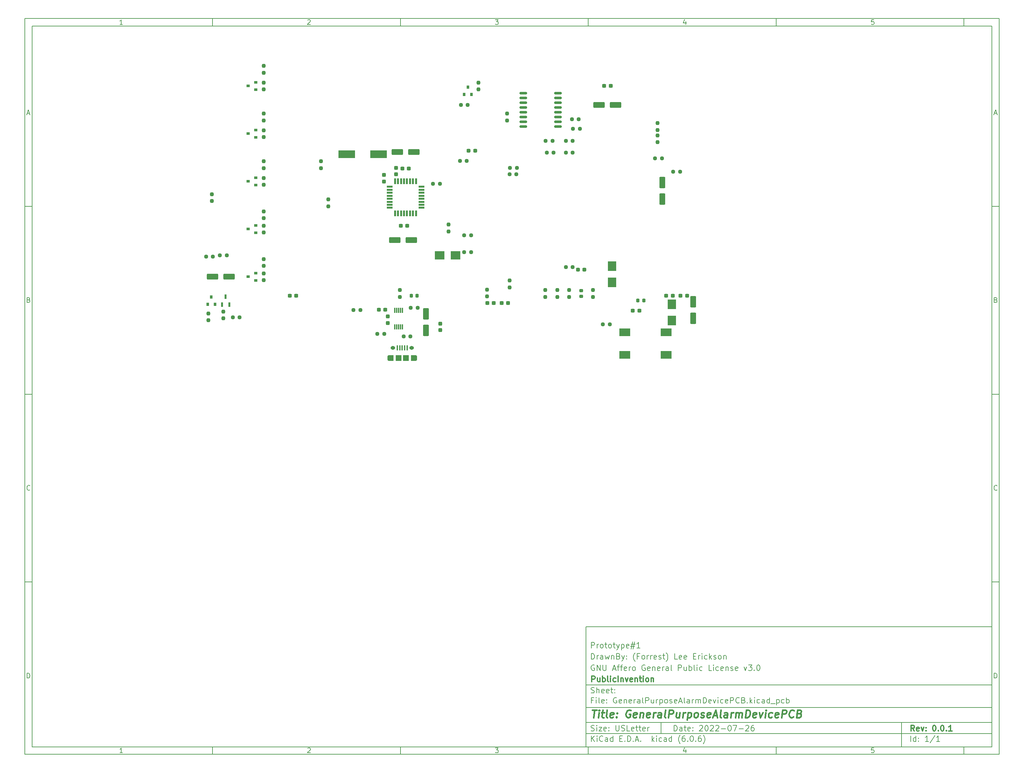
<source format=gbr>
%TF.GenerationSoftware,KiCad,Pcbnew,(6.0.6)*%
%TF.CreationDate,2023-02-28T14:07:17-05:00*%
%TF.ProjectId,GeneralPurposeAlarmDevicePCB,47656e65-7261-46c5-9075-72706f736541,0.0.1*%
%TF.SameCoordinates,Original*%
%TF.FileFunction,Paste,Top*%
%TF.FilePolarity,Positive*%
%FSLAX46Y46*%
G04 Gerber Fmt 4.6, Leading zero omitted, Abs format (unit mm)*
G04 Created by KiCad (PCBNEW (6.0.6)) date 2023-02-28 14:07:17*
%MOMM*%
%LPD*%
G01*
G04 APERTURE LIST*
G04 Aperture macros list*
%AMRoundRect*
0 Rectangle with rounded corners*
0 $1 Rounding radius*
0 $2 $3 $4 $5 $6 $7 $8 $9 X,Y pos of 4 corners*
0 Add a 4 corners polygon primitive as box body*
4,1,4,$2,$3,$4,$5,$6,$7,$8,$9,$2,$3,0*
0 Add four circle primitives for the rounded corners*
1,1,$1+$1,$2,$3*
1,1,$1+$1,$4,$5*
1,1,$1+$1,$6,$7*
1,1,$1+$1,$8,$9*
0 Add four rect primitives between the rounded corners*
20,1,$1+$1,$2,$3,$4,$5,0*
20,1,$1+$1,$4,$5,$6,$7,0*
20,1,$1+$1,$6,$7,$8,$9,0*
20,1,$1+$1,$8,$9,$2,$3,0*%
G04 Aperture macros list end*
%ADD10C,0.100000*%
%ADD11C,0.150000*%
%ADD12C,0.300000*%
%ADD13C,0.400000*%
%ADD14RoundRect,0.250000X1.250000X0.550000X-1.250000X0.550000X-1.250000X-0.550000X1.250000X-0.550000X0*%
%ADD15R,0.800000X0.900000*%
%ADD16R,0.600000X1.300000*%
%ADD17RoundRect,0.237500X0.237500X-0.250000X0.237500X0.250000X-0.237500X0.250000X-0.237500X-0.250000X0*%
%ADD18RoundRect,0.237500X-0.237500X0.250000X-0.237500X-0.250000X0.237500X-0.250000X0.237500X0.250000X0*%
%ADD19RoundRect,0.237500X0.250000X0.237500X-0.250000X0.237500X-0.250000X-0.237500X0.250000X-0.237500X0*%
%ADD20RoundRect,0.237500X-0.250000X-0.237500X0.250000X-0.237500X0.250000X0.237500X-0.250000X0.237500X0*%
%ADD21RoundRect,0.237500X-0.300000X-0.237500X0.300000X-0.237500X0.300000X0.237500X-0.300000X0.237500X0*%
%ADD22RoundRect,0.150000X0.875000X0.150000X-0.875000X0.150000X-0.875000X-0.150000X0.875000X-0.150000X0*%
%ADD23RoundRect,0.250000X-1.250000X-0.550000X1.250000X-0.550000X1.250000X0.550000X-1.250000X0.550000X0*%
%ADD24RoundRect,0.237500X-0.237500X0.300000X-0.237500X-0.300000X0.237500X-0.300000X0.237500X0.300000X0*%
%ADD25RoundRect,0.237500X0.300000X0.237500X-0.300000X0.237500X-0.300000X-0.237500X0.300000X-0.237500X0*%
%ADD26R,0.300000X1.400000*%
%ADD27RoundRect,0.218750X-0.218750X-0.256250X0.218750X-0.256250X0.218750X0.256250X-0.218750X0.256250X0*%
%ADD28RoundRect,0.237500X0.237500X-0.300000X0.237500X0.300000X-0.237500X0.300000X-0.237500X-0.300000X0*%
%ADD29R,4.500000X2.000000*%
%ADD30R,0.550000X1.600000*%
%ADD31R,1.600000X0.550000*%
%ADD32RoundRect,0.237500X0.287500X0.237500X-0.287500X0.237500X-0.287500X-0.237500X0.287500X-0.237500X0*%
%ADD33R,0.900000X0.800000*%
%ADD34RoundRect,0.250000X-0.550000X1.250000X-0.550000X-1.250000X0.550000X-1.250000X0.550000X1.250000X0*%
%ADD35O,0.890000X1.550000*%
%ADD36O,1.250000X0.950000*%
%ADD37R,0.400000X1.350000*%
%ADD38R,1.500000X1.550000*%
%ADD39R,1.200000X1.550000*%
%ADD40R,2.500000X2.300000*%
%ADD41R,2.300000X2.500000*%
%ADD42R,3.000000X2.000000*%
%ADD43R,2.999999X2.000000*%
%ADD44RoundRect,0.218750X0.218750X0.256250X-0.218750X0.256250X-0.218750X-0.256250X0.218750X-0.256250X0*%
%ADD45RoundRect,0.218750X0.256250X-0.218750X0.256250X0.218750X-0.256250X0.218750X-0.256250X-0.218750X0*%
G04 APERTURE END LIST*
D10*
D11*
X159400000Y-171900000D02*
X159400000Y-203900000D01*
X267400000Y-203900000D01*
X267400000Y-171900000D01*
X159400000Y-171900000D01*
D10*
D11*
X10000000Y-10000000D02*
X10000000Y-205900000D01*
X269400000Y-205900000D01*
X269400000Y-10000000D01*
X10000000Y-10000000D01*
D10*
D11*
X12000000Y-12000000D02*
X12000000Y-203900000D01*
X267400000Y-203900000D01*
X267400000Y-12000000D01*
X12000000Y-12000000D01*
D10*
D11*
X60000000Y-12000000D02*
X60000000Y-10000000D01*
D10*
D11*
X110000000Y-12000000D02*
X110000000Y-10000000D01*
D10*
D11*
X160000000Y-12000000D02*
X160000000Y-10000000D01*
D10*
D11*
X210000000Y-12000000D02*
X210000000Y-10000000D01*
D10*
D11*
X260000000Y-12000000D02*
X260000000Y-10000000D01*
D10*
D11*
X36065476Y-11588095D02*
X35322619Y-11588095D01*
X35694047Y-11588095D02*
X35694047Y-10288095D01*
X35570238Y-10473809D01*
X35446428Y-10597619D01*
X35322619Y-10659523D01*
D10*
D11*
X85322619Y-10411904D02*
X85384523Y-10350000D01*
X85508333Y-10288095D01*
X85817857Y-10288095D01*
X85941666Y-10350000D01*
X86003571Y-10411904D01*
X86065476Y-10535714D01*
X86065476Y-10659523D01*
X86003571Y-10845238D01*
X85260714Y-11588095D01*
X86065476Y-11588095D01*
D10*
D11*
X135260714Y-10288095D02*
X136065476Y-10288095D01*
X135632142Y-10783333D01*
X135817857Y-10783333D01*
X135941666Y-10845238D01*
X136003571Y-10907142D01*
X136065476Y-11030952D01*
X136065476Y-11340476D01*
X136003571Y-11464285D01*
X135941666Y-11526190D01*
X135817857Y-11588095D01*
X135446428Y-11588095D01*
X135322619Y-11526190D01*
X135260714Y-11464285D01*
D10*
D11*
X185941666Y-10721428D02*
X185941666Y-11588095D01*
X185632142Y-10226190D02*
X185322619Y-11154761D01*
X186127380Y-11154761D01*
D10*
D11*
X236003571Y-10288095D02*
X235384523Y-10288095D01*
X235322619Y-10907142D01*
X235384523Y-10845238D01*
X235508333Y-10783333D01*
X235817857Y-10783333D01*
X235941666Y-10845238D01*
X236003571Y-10907142D01*
X236065476Y-11030952D01*
X236065476Y-11340476D01*
X236003571Y-11464285D01*
X235941666Y-11526190D01*
X235817857Y-11588095D01*
X235508333Y-11588095D01*
X235384523Y-11526190D01*
X235322619Y-11464285D01*
D10*
D11*
X60000000Y-203900000D02*
X60000000Y-205900000D01*
D10*
D11*
X110000000Y-203900000D02*
X110000000Y-205900000D01*
D10*
D11*
X160000000Y-203900000D02*
X160000000Y-205900000D01*
D10*
D11*
X210000000Y-203900000D02*
X210000000Y-205900000D01*
D10*
D11*
X260000000Y-203900000D02*
X260000000Y-205900000D01*
D10*
D11*
X36065476Y-205488095D02*
X35322619Y-205488095D01*
X35694047Y-205488095D02*
X35694047Y-204188095D01*
X35570238Y-204373809D01*
X35446428Y-204497619D01*
X35322619Y-204559523D01*
D10*
D11*
X85322619Y-204311904D02*
X85384523Y-204250000D01*
X85508333Y-204188095D01*
X85817857Y-204188095D01*
X85941666Y-204250000D01*
X86003571Y-204311904D01*
X86065476Y-204435714D01*
X86065476Y-204559523D01*
X86003571Y-204745238D01*
X85260714Y-205488095D01*
X86065476Y-205488095D01*
D10*
D11*
X135260714Y-204188095D02*
X136065476Y-204188095D01*
X135632142Y-204683333D01*
X135817857Y-204683333D01*
X135941666Y-204745238D01*
X136003571Y-204807142D01*
X136065476Y-204930952D01*
X136065476Y-205240476D01*
X136003571Y-205364285D01*
X135941666Y-205426190D01*
X135817857Y-205488095D01*
X135446428Y-205488095D01*
X135322619Y-205426190D01*
X135260714Y-205364285D01*
D10*
D11*
X185941666Y-204621428D02*
X185941666Y-205488095D01*
X185632142Y-204126190D02*
X185322619Y-205054761D01*
X186127380Y-205054761D01*
D10*
D11*
X236003571Y-204188095D02*
X235384523Y-204188095D01*
X235322619Y-204807142D01*
X235384523Y-204745238D01*
X235508333Y-204683333D01*
X235817857Y-204683333D01*
X235941666Y-204745238D01*
X236003571Y-204807142D01*
X236065476Y-204930952D01*
X236065476Y-205240476D01*
X236003571Y-205364285D01*
X235941666Y-205426190D01*
X235817857Y-205488095D01*
X235508333Y-205488095D01*
X235384523Y-205426190D01*
X235322619Y-205364285D01*
D10*
D11*
X10000000Y-60000000D02*
X12000000Y-60000000D01*
D10*
D11*
X10000000Y-110000000D02*
X12000000Y-110000000D01*
D10*
D11*
X10000000Y-160000000D02*
X12000000Y-160000000D01*
D10*
D11*
X10690476Y-35216666D02*
X11309523Y-35216666D01*
X10566666Y-35588095D02*
X11000000Y-34288095D01*
X11433333Y-35588095D01*
D10*
D11*
X11092857Y-84907142D02*
X11278571Y-84969047D01*
X11340476Y-85030952D01*
X11402380Y-85154761D01*
X11402380Y-85340476D01*
X11340476Y-85464285D01*
X11278571Y-85526190D01*
X11154761Y-85588095D01*
X10659523Y-85588095D01*
X10659523Y-84288095D01*
X11092857Y-84288095D01*
X11216666Y-84350000D01*
X11278571Y-84411904D01*
X11340476Y-84535714D01*
X11340476Y-84659523D01*
X11278571Y-84783333D01*
X11216666Y-84845238D01*
X11092857Y-84907142D01*
X10659523Y-84907142D01*
D10*
D11*
X11402380Y-135464285D02*
X11340476Y-135526190D01*
X11154761Y-135588095D01*
X11030952Y-135588095D01*
X10845238Y-135526190D01*
X10721428Y-135402380D01*
X10659523Y-135278571D01*
X10597619Y-135030952D01*
X10597619Y-134845238D01*
X10659523Y-134597619D01*
X10721428Y-134473809D01*
X10845238Y-134350000D01*
X11030952Y-134288095D01*
X11154761Y-134288095D01*
X11340476Y-134350000D01*
X11402380Y-134411904D01*
D10*
D11*
X10659523Y-185588095D02*
X10659523Y-184288095D01*
X10969047Y-184288095D01*
X11154761Y-184350000D01*
X11278571Y-184473809D01*
X11340476Y-184597619D01*
X11402380Y-184845238D01*
X11402380Y-185030952D01*
X11340476Y-185278571D01*
X11278571Y-185402380D01*
X11154761Y-185526190D01*
X10969047Y-185588095D01*
X10659523Y-185588095D01*
D10*
D11*
X269400000Y-60000000D02*
X267400000Y-60000000D01*
D10*
D11*
X269400000Y-110000000D02*
X267400000Y-110000000D01*
D10*
D11*
X269400000Y-160000000D02*
X267400000Y-160000000D01*
D10*
D11*
X268090476Y-35216666D02*
X268709523Y-35216666D01*
X267966666Y-35588095D02*
X268400000Y-34288095D01*
X268833333Y-35588095D01*
D10*
D11*
X268492857Y-84907142D02*
X268678571Y-84969047D01*
X268740476Y-85030952D01*
X268802380Y-85154761D01*
X268802380Y-85340476D01*
X268740476Y-85464285D01*
X268678571Y-85526190D01*
X268554761Y-85588095D01*
X268059523Y-85588095D01*
X268059523Y-84288095D01*
X268492857Y-84288095D01*
X268616666Y-84350000D01*
X268678571Y-84411904D01*
X268740476Y-84535714D01*
X268740476Y-84659523D01*
X268678571Y-84783333D01*
X268616666Y-84845238D01*
X268492857Y-84907142D01*
X268059523Y-84907142D01*
D10*
D11*
X268802380Y-135464285D02*
X268740476Y-135526190D01*
X268554761Y-135588095D01*
X268430952Y-135588095D01*
X268245238Y-135526190D01*
X268121428Y-135402380D01*
X268059523Y-135278571D01*
X267997619Y-135030952D01*
X267997619Y-134845238D01*
X268059523Y-134597619D01*
X268121428Y-134473809D01*
X268245238Y-134350000D01*
X268430952Y-134288095D01*
X268554761Y-134288095D01*
X268740476Y-134350000D01*
X268802380Y-134411904D01*
D10*
D11*
X268059523Y-185588095D02*
X268059523Y-184288095D01*
X268369047Y-184288095D01*
X268554761Y-184350000D01*
X268678571Y-184473809D01*
X268740476Y-184597619D01*
X268802380Y-184845238D01*
X268802380Y-185030952D01*
X268740476Y-185278571D01*
X268678571Y-185402380D01*
X268554761Y-185526190D01*
X268369047Y-185588095D01*
X268059523Y-185588095D01*
D10*
D11*
X182832142Y-199678571D02*
X182832142Y-198178571D01*
X183189285Y-198178571D01*
X183403571Y-198250000D01*
X183546428Y-198392857D01*
X183617857Y-198535714D01*
X183689285Y-198821428D01*
X183689285Y-199035714D01*
X183617857Y-199321428D01*
X183546428Y-199464285D01*
X183403571Y-199607142D01*
X183189285Y-199678571D01*
X182832142Y-199678571D01*
X184975000Y-199678571D02*
X184975000Y-198892857D01*
X184903571Y-198750000D01*
X184760714Y-198678571D01*
X184475000Y-198678571D01*
X184332142Y-198750000D01*
X184975000Y-199607142D02*
X184832142Y-199678571D01*
X184475000Y-199678571D01*
X184332142Y-199607142D01*
X184260714Y-199464285D01*
X184260714Y-199321428D01*
X184332142Y-199178571D01*
X184475000Y-199107142D01*
X184832142Y-199107142D01*
X184975000Y-199035714D01*
X185475000Y-198678571D02*
X186046428Y-198678571D01*
X185689285Y-198178571D02*
X185689285Y-199464285D01*
X185760714Y-199607142D01*
X185903571Y-199678571D01*
X186046428Y-199678571D01*
X187117857Y-199607142D02*
X186975000Y-199678571D01*
X186689285Y-199678571D01*
X186546428Y-199607142D01*
X186475000Y-199464285D01*
X186475000Y-198892857D01*
X186546428Y-198750000D01*
X186689285Y-198678571D01*
X186975000Y-198678571D01*
X187117857Y-198750000D01*
X187189285Y-198892857D01*
X187189285Y-199035714D01*
X186475000Y-199178571D01*
X187832142Y-199535714D02*
X187903571Y-199607142D01*
X187832142Y-199678571D01*
X187760714Y-199607142D01*
X187832142Y-199535714D01*
X187832142Y-199678571D01*
X187832142Y-198750000D02*
X187903571Y-198821428D01*
X187832142Y-198892857D01*
X187760714Y-198821428D01*
X187832142Y-198750000D01*
X187832142Y-198892857D01*
X189617857Y-198321428D02*
X189689285Y-198250000D01*
X189832142Y-198178571D01*
X190189285Y-198178571D01*
X190332142Y-198250000D01*
X190403571Y-198321428D01*
X190475000Y-198464285D01*
X190475000Y-198607142D01*
X190403571Y-198821428D01*
X189546428Y-199678571D01*
X190475000Y-199678571D01*
X191403571Y-198178571D02*
X191546428Y-198178571D01*
X191689285Y-198250000D01*
X191760714Y-198321428D01*
X191832142Y-198464285D01*
X191903571Y-198750000D01*
X191903571Y-199107142D01*
X191832142Y-199392857D01*
X191760714Y-199535714D01*
X191689285Y-199607142D01*
X191546428Y-199678571D01*
X191403571Y-199678571D01*
X191260714Y-199607142D01*
X191189285Y-199535714D01*
X191117857Y-199392857D01*
X191046428Y-199107142D01*
X191046428Y-198750000D01*
X191117857Y-198464285D01*
X191189285Y-198321428D01*
X191260714Y-198250000D01*
X191403571Y-198178571D01*
X192475000Y-198321428D02*
X192546428Y-198250000D01*
X192689285Y-198178571D01*
X193046428Y-198178571D01*
X193189285Y-198250000D01*
X193260714Y-198321428D01*
X193332142Y-198464285D01*
X193332142Y-198607142D01*
X193260714Y-198821428D01*
X192403571Y-199678571D01*
X193332142Y-199678571D01*
X193903571Y-198321428D02*
X193975000Y-198250000D01*
X194117857Y-198178571D01*
X194475000Y-198178571D01*
X194617857Y-198250000D01*
X194689285Y-198321428D01*
X194760714Y-198464285D01*
X194760714Y-198607142D01*
X194689285Y-198821428D01*
X193832142Y-199678571D01*
X194760714Y-199678571D01*
X195403571Y-199107142D02*
X196546428Y-199107142D01*
X197546428Y-198178571D02*
X197689285Y-198178571D01*
X197832142Y-198250000D01*
X197903571Y-198321428D01*
X197975000Y-198464285D01*
X198046428Y-198750000D01*
X198046428Y-199107142D01*
X197975000Y-199392857D01*
X197903571Y-199535714D01*
X197832142Y-199607142D01*
X197689285Y-199678571D01*
X197546428Y-199678571D01*
X197403571Y-199607142D01*
X197332142Y-199535714D01*
X197260714Y-199392857D01*
X197189285Y-199107142D01*
X197189285Y-198750000D01*
X197260714Y-198464285D01*
X197332142Y-198321428D01*
X197403571Y-198250000D01*
X197546428Y-198178571D01*
X198546428Y-198178571D02*
X199546428Y-198178571D01*
X198903571Y-199678571D01*
X200117857Y-199107142D02*
X201260714Y-199107142D01*
X201903571Y-198321428D02*
X201975000Y-198250000D01*
X202117857Y-198178571D01*
X202475000Y-198178571D01*
X202617857Y-198250000D01*
X202689285Y-198321428D01*
X202760714Y-198464285D01*
X202760714Y-198607142D01*
X202689285Y-198821428D01*
X201832142Y-199678571D01*
X202760714Y-199678571D01*
X204046428Y-198178571D02*
X203760714Y-198178571D01*
X203617857Y-198250000D01*
X203546428Y-198321428D01*
X203403571Y-198535714D01*
X203332142Y-198821428D01*
X203332142Y-199392857D01*
X203403571Y-199535714D01*
X203475000Y-199607142D01*
X203617857Y-199678571D01*
X203903571Y-199678571D01*
X204046428Y-199607142D01*
X204117857Y-199535714D01*
X204189285Y-199392857D01*
X204189285Y-199035714D01*
X204117857Y-198892857D01*
X204046428Y-198821428D01*
X203903571Y-198750000D01*
X203617857Y-198750000D01*
X203475000Y-198821428D01*
X203403571Y-198892857D01*
X203332142Y-199035714D01*
D10*
D11*
X159400000Y-200400000D02*
X267400000Y-200400000D01*
D10*
D11*
X160832142Y-202478571D02*
X160832142Y-200978571D01*
X161689285Y-202478571D02*
X161046428Y-201621428D01*
X161689285Y-200978571D02*
X160832142Y-201835714D01*
X162332142Y-202478571D02*
X162332142Y-201478571D01*
X162332142Y-200978571D02*
X162260714Y-201050000D01*
X162332142Y-201121428D01*
X162403571Y-201050000D01*
X162332142Y-200978571D01*
X162332142Y-201121428D01*
X163903571Y-202335714D02*
X163832142Y-202407142D01*
X163617857Y-202478571D01*
X163475000Y-202478571D01*
X163260714Y-202407142D01*
X163117857Y-202264285D01*
X163046428Y-202121428D01*
X162975000Y-201835714D01*
X162975000Y-201621428D01*
X163046428Y-201335714D01*
X163117857Y-201192857D01*
X163260714Y-201050000D01*
X163475000Y-200978571D01*
X163617857Y-200978571D01*
X163832142Y-201050000D01*
X163903571Y-201121428D01*
X165189285Y-202478571D02*
X165189285Y-201692857D01*
X165117857Y-201550000D01*
X164975000Y-201478571D01*
X164689285Y-201478571D01*
X164546428Y-201550000D01*
X165189285Y-202407142D02*
X165046428Y-202478571D01*
X164689285Y-202478571D01*
X164546428Y-202407142D01*
X164475000Y-202264285D01*
X164475000Y-202121428D01*
X164546428Y-201978571D01*
X164689285Y-201907142D01*
X165046428Y-201907142D01*
X165189285Y-201835714D01*
X166546428Y-202478571D02*
X166546428Y-200978571D01*
X166546428Y-202407142D02*
X166403571Y-202478571D01*
X166117857Y-202478571D01*
X165975000Y-202407142D01*
X165903571Y-202335714D01*
X165832142Y-202192857D01*
X165832142Y-201764285D01*
X165903571Y-201621428D01*
X165975000Y-201550000D01*
X166117857Y-201478571D01*
X166403571Y-201478571D01*
X166546428Y-201550000D01*
X168403571Y-201692857D02*
X168903571Y-201692857D01*
X169117857Y-202478571D02*
X168403571Y-202478571D01*
X168403571Y-200978571D01*
X169117857Y-200978571D01*
X169760714Y-202335714D02*
X169832142Y-202407142D01*
X169760714Y-202478571D01*
X169689285Y-202407142D01*
X169760714Y-202335714D01*
X169760714Y-202478571D01*
X170475000Y-202478571D02*
X170475000Y-200978571D01*
X170832142Y-200978571D01*
X171046428Y-201050000D01*
X171189285Y-201192857D01*
X171260714Y-201335714D01*
X171332142Y-201621428D01*
X171332142Y-201835714D01*
X171260714Y-202121428D01*
X171189285Y-202264285D01*
X171046428Y-202407142D01*
X170832142Y-202478571D01*
X170475000Y-202478571D01*
X171975000Y-202335714D02*
X172046428Y-202407142D01*
X171975000Y-202478571D01*
X171903571Y-202407142D01*
X171975000Y-202335714D01*
X171975000Y-202478571D01*
X172617857Y-202050000D02*
X173332142Y-202050000D01*
X172475000Y-202478571D02*
X172975000Y-200978571D01*
X173475000Y-202478571D01*
X173975000Y-202335714D02*
X174046428Y-202407142D01*
X173975000Y-202478571D01*
X173903571Y-202407142D01*
X173975000Y-202335714D01*
X173975000Y-202478571D01*
X176975000Y-202478571D02*
X176975000Y-200978571D01*
X177117857Y-201907142D02*
X177546428Y-202478571D01*
X177546428Y-201478571D02*
X176975000Y-202050000D01*
X178189285Y-202478571D02*
X178189285Y-201478571D01*
X178189285Y-200978571D02*
X178117857Y-201050000D01*
X178189285Y-201121428D01*
X178260714Y-201050000D01*
X178189285Y-200978571D01*
X178189285Y-201121428D01*
X179546428Y-202407142D02*
X179403571Y-202478571D01*
X179117857Y-202478571D01*
X178975000Y-202407142D01*
X178903571Y-202335714D01*
X178832142Y-202192857D01*
X178832142Y-201764285D01*
X178903571Y-201621428D01*
X178975000Y-201550000D01*
X179117857Y-201478571D01*
X179403571Y-201478571D01*
X179546428Y-201550000D01*
X180832142Y-202478571D02*
X180832142Y-201692857D01*
X180760714Y-201550000D01*
X180617857Y-201478571D01*
X180332142Y-201478571D01*
X180189285Y-201550000D01*
X180832142Y-202407142D02*
X180689285Y-202478571D01*
X180332142Y-202478571D01*
X180189285Y-202407142D01*
X180117857Y-202264285D01*
X180117857Y-202121428D01*
X180189285Y-201978571D01*
X180332142Y-201907142D01*
X180689285Y-201907142D01*
X180832142Y-201835714D01*
X182189285Y-202478571D02*
X182189285Y-200978571D01*
X182189285Y-202407142D02*
X182046428Y-202478571D01*
X181760714Y-202478571D01*
X181617857Y-202407142D01*
X181546428Y-202335714D01*
X181475000Y-202192857D01*
X181475000Y-201764285D01*
X181546428Y-201621428D01*
X181617857Y-201550000D01*
X181760714Y-201478571D01*
X182046428Y-201478571D01*
X182189285Y-201550000D01*
X184475000Y-203050000D02*
X184403571Y-202978571D01*
X184260714Y-202764285D01*
X184189285Y-202621428D01*
X184117857Y-202407142D01*
X184046428Y-202050000D01*
X184046428Y-201764285D01*
X184117857Y-201407142D01*
X184189285Y-201192857D01*
X184260714Y-201050000D01*
X184403571Y-200835714D01*
X184475000Y-200764285D01*
X185689285Y-200978571D02*
X185403571Y-200978571D01*
X185260714Y-201050000D01*
X185189285Y-201121428D01*
X185046428Y-201335714D01*
X184975000Y-201621428D01*
X184975000Y-202192857D01*
X185046428Y-202335714D01*
X185117857Y-202407142D01*
X185260714Y-202478571D01*
X185546428Y-202478571D01*
X185689285Y-202407142D01*
X185760714Y-202335714D01*
X185832142Y-202192857D01*
X185832142Y-201835714D01*
X185760714Y-201692857D01*
X185689285Y-201621428D01*
X185546428Y-201550000D01*
X185260714Y-201550000D01*
X185117857Y-201621428D01*
X185046428Y-201692857D01*
X184975000Y-201835714D01*
X186475000Y-202335714D02*
X186546428Y-202407142D01*
X186475000Y-202478571D01*
X186403571Y-202407142D01*
X186475000Y-202335714D01*
X186475000Y-202478571D01*
X187475000Y-200978571D02*
X187617857Y-200978571D01*
X187760714Y-201050000D01*
X187832142Y-201121428D01*
X187903571Y-201264285D01*
X187975000Y-201550000D01*
X187975000Y-201907142D01*
X187903571Y-202192857D01*
X187832142Y-202335714D01*
X187760714Y-202407142D01*
X187617857Y-202478571D01*
X187475000Y-202478571D01*
X187332142Y-202407142D01*
X187260714Y-202335714D01*
X187189285Y-202192857D01*
X187117857Y-201907142D01*
X187117857Y-201550000D01*
X187189285Y-201264285D01*
X187260714Y-201121428D01*
X187332142Y-201050000D01*
X187475000Y-200978571D01*
X188617857Y-202335714D02*
X188689285Y-202407142D01*
X188617857Y-202478571D01*
X188546428Y-202407142D01*
X188617857Y-202335714D01*
X188617857Y-202478571D01*
X189975000Y-200978571D02*
X189689285Y-200978571D01*
X189546428Y-201050000D01*
X189475000Y-201121428D01*
X189332142Y-201335714D01*
X189260714Y-201621428D01*
X189260714Y-202192857D01*
X189332142Y-202335714D01*
X189403571Y-202407142D01*
X189546428Y-202478571D01*
X189832142Y-202478571D01*
X189975000Y-202407142D01*
X190046428Y-202335714D01*
X190117857Y-202192857D01*
X190117857Y-201835714D01*
X190046428Y-201692857D01*
X189975000Y-201621428D01*
X189832142Y-201550000D01*
X189546428Y-201550000D01*
X189403571Y-201621428D01*
X189332142Y-201692857D01*
X189260714Y-201835714D01*
X190617857Y-203050000D02*
X190689285Y-202978571D01*
X190832142Y-202764285D01*
X190903571Y-202621428D01*
X190975000Y-202407142D01*
X191046428Y-202050000D01*
X191046428Y-201764285D01*
X190975000Y-201407142D01*
X190903571Y-201192857D01*
X190832142Y-201050000D01*
X190689285Y-200835714D01*
X190617857Y-200764285D01*
D10*
D11*
X159400000Y-197400000D02*
X267400000Y-197400000D01*
D10*
D12*
X246809285Y-199678571D02*
X246309285Y-198964285D01*
X245952142Y-199678571D02*
X245952142Y-198178571D01*
X246523571Y-198178571D01*
X246666428Y-198250000D01*
X246737857Y-198321428D01*
X246809285Y-198464285D01*
X246809285Y-198678571D01*
X246737857Y-198821428D01*
X246666428Y-198892857D01*
X246523571Y-198964285D01*
X245952142Y-198964285D01*
X248023571Y-199607142D02*
X247880714Y-199678571D01*
X247595000Y-199678571D01*
X247452142Y-199607142D01*
X247380714Y-199464285D01*
X247380714Y-198892857D01*
X247452142Y-198750000D01*
X247595000Y-198678571D01*
X247880714Y-198678571D01*
X248023571Y-198750000D01*
X248095000Y-198892857D01*
X248095000Y-199035714D01*
X247380714Y-199178571D01*
X248595000Y-198678571D02*
X248952142Y-199678571D01*
X249309285Y-198678571D01*
X249880714Y-199535714D02*
X249952142Y-199607142D01*
X249880714Y-199678571D01*
X249809285Y-199607142D01*
X249880714Y-199535714D01*
X249880714Y-199678571D01*
X249880714Y-198750000D02*
X249952142Y-198821428D01*
X249880714Y-198892857D01*
X249809285Y-198821428D01*
X249880714Y-198750000D01*
X249880714Y-198892857D01*
X252023571Y-198178571D02*
X252166428Y-198178571D01*
X252309285Y-198250000D01*
X252380714Y-198321428D01*
X252452142Y-198464285D01*
X252523571Y-198750000D01*
X252523571Y-199107142D01*
X252452142Y-199392857D01*
X252380714Y-199535714D01*
X252309285Y-199607142D01*
X252166428Y-199678571D01*
X252023571Y-199678571D01*
X251880714Y-199607142D01*
X251809285Y-199535714D01*
X251737857Y-199392857D01*
X251666428Y-199107142D01*
X251666428Y-198750000D01*
X251737857Y-198464285D01*
X251809285Y-198321428D01*
X251880714Y-198250000D01*
X252023571Y-198178571D01*
X253166428Y-199535714D02*
X253237857Y-199607142D01*
X253166428Y-199678571D01*
X253095000Y-199607142D01*
X253166428Y-199535714D01*
X253166428Y-199678571D01*
X254166428Y-198178571D02*
X254309285Y-198178571D01*
X254452142Y-198250000D01*
X254523571Y-198321428D01*
X254595000Y-198464285D01*
X254666428Y-198750000D01*
X254666428Y-199107142D01*
X254595000Y-199392857D01*
X254523571Y-199535714D01*
X254452142Y-199607142D01*
X254309285Y-199678571D01*
X254166428Y-199678571D01*
X254023571Y-199607142D01*
X253952142Y-199535714D01*
X253880714Y-199392857D01*
X253809285Y-199107142D01*
X253809285Y-198750000D01*
X253880714Y-198464285D01*
X253952142Y-198321428D01*
X254023571Y-198250000D01*
X254166428Y-198178571D01*
X255309285Y-199535714D02*
X255380714Y-199607142D01*
X255309285Y-199678571D01*
X255237857Y-199607142D01*
X255309285Y-199535714D01*
X255309285Y-199678571D01*
X256809285Y-199678571D02*
X255952142Y-199678571D01*
X256380714Y-199678571D02*
X256380714Y-198178571D01*
X256237857Y-198392857D01*
X256095000Y-198535714D01*
X255952142Y-198607142D01*
D10*
D11*
X160760714Y-199607142D02*
X160975000Y-199678571D01*
X161332142Y-199678571D01*
X161475000Y-199607142D01*
X161546428Y-199535714D01*
X161617857Y-199392857D01*
X161617857Y-199250000D01*
X161546428Y-199107142D01*
X161475000Y-199035714D01*
X161332142Y-198964285D01*
X161046428Y-198892857D01*
X160903571Y-198821428D01*
X160832142Y-198750000D01*
X160760714Y-198607142D01*
X160760714Y-198464285D01*
X160832142Y-198321428D01*
X160903571Y-198250000D01*
X161046428Y-198178571D01*
X161403571Y-198178571D01*
X161617857Y-198250000D01*
X162260714Y-199678571D02*
X162260714Y-198678571D01*
X162260714Y-198178571D02*
X162189285Y-198250000D01*
X162260714Y-198321428D01*
X162332142Y-198250000D01*
X162260714Y-198178571D01*
X162260714Y-198321428D01*
X162832142Y-198678571D02*
X163617857Y-198678571D01*
X162832142Y-199678571D01*
X163617857Y-199678571D01*
X164760714Y-199607142D02*
X164617857Y-199678571D01*
X164332142Y-199678571D01*
X164189285Y-199607142D01*
X164117857Y-199464285D01*
X164117857Y-198892857D01*
X164189285Y-198750000D01*
X164332142Y-198678571D01*
X164617857Y-198678571D01*
X164760714Y-198750000D01*
X164832142Y-198892857D01*
X164832142Y-199035714D01*
X164117857Y-199178571D01*
X165475000Y-199535714D02*
X165546428Y-199607142D01*
X165475000Y-199678571D01*
X165403571Y-199607142D01*
X165475000Y-199535714D01*
X165475000Y-199678571D01*
X165475000Y-198750000D02*
X165546428Y-198821428D01*
X165475000Y-198892857D01*
X165403571Y-198821428D01*
X165475000Y-198750000D01*
X165475000Y-198892857D01*
X167332142Y-198178571D02*
X167332142Y-199392857D01*
X167403571Y-199535714D01*
X167475000Y-199607142D01*
X167617857Y-199678571D01*
X167903571Y-199678571D01*
X168046428Y-199607142D01*
X168117857Y-199535714D01*
X168189285Y-199392857D01*
X168189285Y-198178571D01*
X168832142Y-199607142D02*
X169046428Y-199678571D01*
X169403571Y-199678571D01*
X169546428Y-199607142D01*
X169617857Y-199535714D01*
X169689285Y-199392857D01*
X169689285Y-199250000D01*
X169617857Y-199107142D01*
X169546428Y-199035714D01*
X169403571Y-198964285D01*
X169117857Y-198892857D01*
X168975000Y-198821428D01*
X168903571Y-198750000D01*
X168832142Y-198607142D01*
X168832142Y-198464285D01*
X168903571Y-198321428D01*
X168975000Y-198250000D01*
X169117857Y-198178571D01*
X169475000Y-198178571D01*
X169689285Y-198250000D01*
X171046428Y-199678571D02*
X170332142Y-199678571D01*
X170332142Y-198178571D01*
X172117857Y-199607142D02*
X171975000Y-199678571D01*
X171689285Y-199678571D01*
X171546428Y-199607142D01*
X171475000Y-199464285D01*
X171475000Y-198892857D01*
X171546428Y-198750000D01*
X171689285Y-198678571D01*
X171975000Y-198678571D01*
X172117857Y-198750000D01*
X172189285Y-198892857D01*
X172189285Y-199035714D01*
X171475000Y-199178571D01*
X172617857Y-198678571D02*
X173189285Y-198678571D01*
X172832142Y-198178571D02*
X172832142Y-199464285D01*
X172903571Y-199607142D01*
X173046428Y-199678571D01*
X173189285Y-199678571D01*
X173475000Y-198678571D02*
X174046428Y-198678571D01*
X173689285Y-198178571D02*
X173689285Y-199464285D01*
X173760714Y-199607142D01*
X173903571Y-199678571D01*
X174046428Y-199678571D01*
X175117857Y-199607142D02*
X174975000Y-199678571D01*
X174689285Y-199678571D01*
X174546428Y-199607142D01*
X174475000Y-199464285D01*
X174475000Y-198892857D01*
X174546428Y-198750000D01*
X174689285Y-198678571D01*
X174975000Y-198678571D01*
X175117857Y-198750000D01*
X175189285Y-198892857D01*
X175189285Y-199035714D01*
X174475000Y-199178571D01*
X175832142Y-199678571D02*
X175832142Y-198678571D01*
X175832142Y-198964285D02*
X175903571Y-198821428D01*
X175975000Y-198750000D01*
X176117857Y-198678571D01*
X176260714Y-198678571D01*
D10*
D11*
X245832142Y-202478571D02*
X245832142Y-200978571D01*
X247189285Y-202478571D02*
X247189285Y-200978571D01*
X247189285Y-202407142D02*
X247046428Y-202478571D01*
X246760714Y-202478571D01*
X246617857Y-202407142D01*
X246546428Y-202335714D01*
X246475000Y-202192857D01*
X246475000Y-201764285D01*
X246546428Y-201621428D01*
X246617857Y-201550000D01*
X246760714Y-201478571D01*
X247046428Y-201478571D01*
X247189285Y-201550000D01*
X247903571Y-202335714D02*
X247975000Y-202407142D01*
X247903571Y-202478571D01*
X247832142Y-202407142D01*
X247903571Y-202335714D01*
X247903571Y-202478571D01*
X247903571Y-201550000D02*
X247975000Y-201621428D01*
X247903571Y-201692857D01*
X247832142Y-201621428D01*
X247903571Y-201550000D01*
X247903571Y-201692857D01*
X250546428Y-202478571D02*
X249689285Y-202478571D01*
X250117857Y-202478571D02*
X250117857Y-200978571D01*
X249975000Y-201192857D01*
X249832142Y-201335714D01*
X249689285Y-201407142D01*
X252260714Y-200907142D02*
X250975000Y-202835714D01*
X253546428Y-202478571D02*
X252689285Y-202478571D01*
X253117857Y-202478571D02*
X253117857Y-200978571D01*
X252975000Y-201192857D01*
X252832142Y-201335714D01*
X252689285Y-201407142D01*
D10*
D11*
X159400000Y-193400000D02*
X267400000Y-193400000D01*
D10*
D13*
X161112380Y-194104761D02*
X162255238Y-194104761D01*
X161433809Y-196104761D02*
X161683809Y-194104761D01*
X162671904Y-196104761D02*
X162838571Y-194771428D01*
X162921904Y-194104761D02*
X162814761Y-194200000D01*
X162898095Y-194295238D01*
X163005238Y-194200000D01*
X162921904Y-194104761D01*
X162898095Y-194295238D01*
X163505238Y-194771428D02*
X164267142Y-194771428D01*
X163874285Y-194104761D02*
X163660000Y-195819047D01*
X163731428Y-196009523D01*
X163910000Y-196104761D01*
X164100476Y-196104761D01*
X165052857Y-196104761D02*
X164874285Y-196009523D01*
X164802857Y-195819047D01*
X165017142Y-194104761D01*
X166588571Y-196009523D02*
X166386190Y-196104761D01*
X166005238Y-196104761D01*
X165826666Y-196009523D01*
X165755238Y-195819047D01*
X165850476Y-195057142D01*
X165969523Y-194866666D01*
X166171904Y-194771428D01*
X166552857Y-194771428D01*
X166731428Y-194866666D01*
X166802857Y-195057142D01*
X166779047Y-195247619D01*
X165802857Y-195438095D01*
X167552857Y-195914285D02*
X167636190Y-196009523D01*
X167529047Y-196104761D01*
X167445714Y-196009523D01*
X167552857Y-195914285D01*
X167529047Y-196104761D01*
X167683809Y-194866666D02*
X167767142Y-194961904D01*
X167660000Y-195057142D01*
X167576666Y-194961904D01*
X167683809Y-194866666D01*
X167660000Y-195057142D01*
X171290952Y-194200000D02*
X171112380Y-194104761D01*
X170826666Y-194104761D01*
X170529047Y-194200000D01*
X170314761Y-194390476D01*
X170195714Y-194580952D01*
X170052857Y-194961904D01*
X170017142Y-195247619D01*
X170064761Y-195628571D01*
X170136190Y-195819047D01*
X170302857Y-196009523D01*
X170576666Y-196104761D01*
X170767142Y-196104761D01*
X171064761Y-196009523D01*
X171171904Y-195914285D01*
X171255238Y-195247619D01*
X170874285Y-195247619D01*
X172779047Y-196009523D02*
X172576666Y-196104761D01*
X172195714Y-196104761D01*
X172017142Y-196009523D01*
X171945714Y-195819047D01*
X172040952Y-195057142D01*
X172160000Y-194866666D01*
X172362380Y-194771428D01*
X172743333Y-194771428D01*
X172921904Y-194866666D01*
X172993333Y-195057142D01*
X172969523Y-195247619D01*
X171993333Y-195438095D01*
X173886190Y-194771428D02*
X173719523Y-196104761D01*
X173862380Y-194961904D02*
X173969523Y-194866666D01*
X174171904Y-194771428D01*
X174457619Y-194771428D01*
X174636190Y-194866666D01*
X174707619Y-195057142D01*
X174576666Y-196104761D01*
X176302857Y-196009523D02*
X176100476Y-196104761D01*
X175719523Y-196104761D01*
X175540952Y-196009523D01*
X175469523Y-195819047D01*
X175564761Y-195057142D01*
X175683809Y-194866666D01*
X175886190Y-194771428D01*
X176267142Y-194771428D01*
X176445714Y-194866666D01*
X176517142Y-195057142D01*
X176493333Y-195247619D01*
X175517142Y-195438095D01*
X177243333Y-196104761D02*
X177410000Y-194771428D01*
X177362380Y-195152380D02*
X177481428Y-194961904D01*
X177588571Y-194866666D01*
X177790952Y-194771428D01*
X177981428Y-194771428D01*
X179338571Y-196104761D02*
X179469523Y-195057142D01*
X179398095Y-194866666D01*
X179219523Y-194771428D01*
X178838571Y-194771428D01*
X178636190Y-194866666D01*
X179350476Y-196009523D02*
X179148095Y-196104761D01*
X178671904Y-196104761D01*
X178493333Y-196009523D01*
X178421904Y-195819047D01*
X178445714Y-195628571D01*
X178564761Y-195438095D01*
X178767142Y-195342857D01*
X179243333Y-195342857D01*
X179445714Y-195247619D01*
X180576666Y-196104761D02*
X180398095Y-196009523D01*
X180326666Y-195819047D01*
X180540952Y-194104761D01*
X181338571Y-196104761D02*
X181588571Y-194104761D01*
X182350476Y-194104761D01*
X182529047Y-194200000D01*
X182612380Y-194295238D01*
X182683809Y-194485714D01*
X182648095Y-194771428D01*
X182529047Y-194961904D01*
X182421904Y-195057142D01*
X182219523Y-195152380D01*
X181457619Y-195152380D01*
X184362380Y-194771428D02*
X184195714Y-196104761D01*
X183505238Y-194771428D02*
X183374285Y-195819047D01*
X183445714Y-196009523D01*
X183624285Y-196104761D01*
X183910000Y-196104761D01*
X184112380Y-196009523D01*
X184219523Y-195914285D01*
X185148095Y-196104761D02*
X185314761Y-194771428D01*
X185267142Y-195152380D02*
X185386190Y-194961904D01*
X185493333Y-194866666D01*
X185695714Y-194771428D01*
X185886190Y-194771428D01*
X186552857Y-194771428D02*
X186302857Y-196771428D01*
X186540952Y-194866666D02*
X186743333Y-194771428D01*
X187124285Y-194771428D01*
X187302857Y-194866666D01*
X187386190Y-194961904D01*
X187457619Y-195152380D01*
X187386190Y-195723809D01*
X187267142Y-195914285D01*
X187160000Y-196009523D01*
X186957619Y-196104761D01*
X186576666Y-196104761D01*
X186398095Y-196009523D01*
X188481428Y-196104761D02*
X188302857Y-196009523D01*
X188219523Y-195914285D01*
X188148095Y-195723809D01*
X188219523Y-195152380D01*
X188338571Y-194961904D01*
X188445714Y-194866666D01*
X188648095Y-194771428D01*
X188933809Y-194771428D01*
X189112380Y-194866666D01*
X189195714Y-194961904D01*
X189267142Y-195152380D01*
X189195714Y-195723809D01*
X189076666Y-195914285D01*
X188969523Y-196009523D01*
X188767142Y-196104761D01*
X188481428Y-196104761D01*
X189921904Y-196009523D02*
X190100476Y-196104761D01*
X190481428Y-196104761D01*
X190683809Y-196009523D01*
X190802857Y-195819047D01*
X190814761Y-195723809D01*
X190743333Y-195533333D01*
X190564761Y-195438095D01*
X190279047Y-195438095D01*
X190100476Y-195342857D01*
X190029047Y-195152380D01*
X190040952Y-195057142D01*
X190160000Y-194866666D01*
X190362380Y-194771428D01*
X190648095Y-194771428D01*
X190826666Y-194866666D01*
X192398095Y-196009523D02*
X192195714Y-196104761D01*
X191814761Y-196104761D01*
X191636190Y-196009523D01*
X191564761Y-195819047D01*
X191660000Y-195057142D01*
X191779047Y-194866666D01*
X191981428Y-194771428D01*
X192362380Y-194771428D01*
X192540952Y-194866666D01*
X192612380Y-195057142D01*
X192588571Y-195247619D01*
X191612380Y-195438095D01*
X193314761Y-195533333D02*
X194267142Y-195533333D01*
X193052857Y-196104761D02*
X193969523Y-194104761D01*
X194386190Y-196104761D01*
X195338571Y-196104761D02*
X195160000Y-196009523D01*
X195088571Y-195819047D01*
X195302857Y-194104761D01*
X196957619Y-196104761D02*
X197088571Y-195057142D01*
X197017142Y-194866666D01*
X196838571Y-194771428D01*
X196457619Y-194771428D01*
X196255238Y-194866666D01*
X196969523Y-196009523D02*
X196767142Y-196104761D01*
X196290952Y-196104761D01*
X196112380Y-196009523D01*
X196040952Y-195819047D01*
X196064761Y-195628571D01*
X196183809Y-195438095D01*
X196386190Y-195342857D01*
X196862380Y-195342857D01*
X197064761Y-195247619D01*
X197910000Y-196104761D02*
X198076666Y-194771428D01*
X198029047Y-195152380D02*
X198148095Y-194961904D01*
X198255238Y-194866666D01*
X198457619Y-194771428D01*
X198648095Y-194771428D01*
X199148095Y-196104761D02*
X199314761Y-194771428D01*
X199290952Y-194961904D02*
X199398095Y-194866666D01*
X199600476Y-194771428D01*
X199886190Y-194771428D01*
X200064761Y-194866666D01*
X200136190Y-195057142D01*
X200005238Y-196104761D01*
X200136190Y-195057142D02*
X200255238Y-194866666D01*
X200457619Y-194771428D01*
X200743333Y-194771428D01*
X200921904Y-194866666D01*
X200993333Y-195057142D01*
X200862380Y-196104761D01*
X201814761Y-196104761D02*
X202064761Y-194104761D01*
X202540952Y-194104761D01*
X202814761Y-194200000D01*
X202981428Y-194390476D01*
X203052857Y-194580952D01*
X203100476Y-194961904D01*
X203064761Y-195247619D01*
X202921904Y-195628571D01*
X202802857Y-195819047D01*
X202588571Y-196009523D01*
X202290952Y-196104761D01*
X201814761Y-196104761D01*
X204588571Y-196009523D02*
X204386190Y-196104761D01*
X204005238Y-196104761D01*
X203826666Y-196009523D01*
X203755238Y-195819047D01*
X203850476Y-195057142D01*
X203969523Y-194866666D01*
X204171904Y-194771428D01*
X204552857Y-194771428D01*
X204731428Y-194866666D01*
X204802857Y-195057142D01*
X204779047Y-195247619D01*
X203802857Y-195438095D01*
X205505238Y-194771428D02*
X205814761Y-196104761D01*
X206457619Y-194771428D01*
X207052857Y-196104761D02*
X207219523Y-194771428D01*
X207302857Y-194104761D02*
X207195714Y-194200000D01*
X207279047Y-194295238D01*
X207386190Y-194200000D01*
X207302857Y-194104761D01*
X207279047Y-194295238D01*
X208874285Y-196009523D02*
X208671904Y-196104761D01*
X208290952Y-196104761D01*
X208112380Y-196009523D01*
X208029047Y-195914285D01*
X207957619Y-195723809D01*
X208029047Y-195152380D01*
X208148095Y-194961904D01*
X208255238Y-194866666D01*
X208457619Y-194771428D01*
X208838571Y-194771428D01*
X209017142Y-194866666D01*
X210493333Y-196009523D02*
X210290952Y-196104761D01*
X209910000Y-196104761D01*
X209731428Y-196009523D01*
X209660000Y-195819047D01*
X209755238Y-195057142D01*
X209874285Y-194866666D01*
X210076666Y-194771428D01*
X210457619Y-194771428D01*
X210636190Y-194866666D01*
X210707619Y-195057142D01*
X210683809Y-195247619D01*
X209707619Y-195438095D01*
X211433809Y-196104761D02*
X211683809Y-194104761D01*
X212445714Y-194104761D01*
X212624285Y-194200000D01*
X212707619Y-194295238D01*
X212779047Y-194485714D01*
X212743333Y-194771428D01*
X212624285Y-194961904D01*
X212517142Y-195057142D01*
X212314761Y-195152380D01*
X211552857Y-195152380D01*
X214600476Y-195914285D02*
X214493333Y-196009523D01*
X214195714Y-196104761D01*
X214005238Y-196104761D01*
X213731428Y-196009523D01*
X213564761Y-195819047D01*
X213493333Y-195628571D01*
X213445714Y-195247619D01*
X213481428Y-194961904D01*
X213624285Y-194580952D01*
X213743333Y-194390476D01*
X213957619Y-194200000D01*
X214255238Y-194104761D01*
X214445714Y-194104761D01*
X214719523Y-194200000D01*
X214802857Y-194295238D01*
X216231428Y-195057142D02*
X216505238Y-195152380D01*
X216588571Y-195247619D01*
X216660000Y-195438095D01*
X216624285Y-195723809D01*
X216505238Y-195914285D01*
X216398095Y-196009523D01*
X216195714Y-196104761D01*
X215433809Y-196104761D01*
X215683809Y-194104761D01*
X216350476Y-194104761D01*
X216529047Y-194200000D01*
X216612380Y-194295238D01*
X216683809Y-194485714D01*
X216660000Y-194676190D01*
X216540952Y-194866666D01*
X216433809Y-194961904D01*
X216231428Y-195057142D01*
X215564761Y-195057142D01*
D10*
D11*
X161332142Y-191492857D02*
X160832142Y-191492857D01*
X160832142Y-192278571D02*
X160832142Y-190778571D01*
X161546428Y-190778571D01*
X162117857Y-192278571D02*
X162117857Y-191278571D01*
X162117857Y-190778571D02*
X162046428Y-190850000D01*
X162117857Y-190921428D01*
X162189285Y-190850000D01*
X162117857Y-190778571D01*
X162117857Y-190921428D01*
X163046428Y-192278571D02*
X162903571Y-192207142D01*
X162832142Y-192064285D01*
X162832142Y-190778571D01*
X164189285Y-192207142D02*
X164046428Y-192278571D01*
X163760714Y-192278571D01*
X163617857Y-192207142D01*
X163546428Y-192064285D01*
X163546428Y-191492857D01*
X163617857Y-191350000D01*
X163760714Y-191278571D01*
X164046428Y-191278571D01*
X164189285Y-191350000D01*
X164260714Y-191492857D01*
X164260714Y-191635714D01*
X163546428Y-191778571D01*
X164903571Y-192135714D02*
X164975000Y-192207142D01*
X164903571Y-192278571D01*
X164832142Y-192207142D01*
X164903571Y-192135714D01*
X164903571Y-192278571D01*
X164903571Y-191350000D02*
X164975000Y-191421428D01*
X164903571Y-191492857D01*
X164832142Y-191421428D01*
X164903571Y-191350000D01*
X164903571Y-191492857D01*
X167546428Y-190850000D02*
X167403571Y-190778571D01*
X167189285Y-190778571D01*
X166975000Y-190850000D01*
X166832142Y-190992857D01*
X166760714Y-191135714D01*
X166689285Y-191421428D01*
X166689285Y-191635714D01*
X166760714Y-191921428D01*
X166832142Y-192064285D01*
X166975000Y-192207142D01*
X167189285Y-192278571D01*
X167332142Y-192278571D01*
X167546428Y-192207142D01*
X167617857Y-192135714D01*
X167617857Y-191635714D01*
X167332142Y-191635714D01*
X168832142Y-192207142D02*
X168689285Y-192278571D01*
X168403571Y-192278571D01*
X168260714Y-192207142D01*
X168189285Y-192064285D01*
X168189285Y-191492857D01*
X168260714Y-191350000D01*
X168403571Y-191278571D01*
X168689285Y-191278571D01*
X168832142Y-191350000D01*
X168903571Y-191492857D01*
X168903571Y-191635714D01*
X168189285Y-191778571D01*
X169546428Y-191278571D02*
X169546428Y-192278571D01*
X169546428Y-191421428D02*
X169617857Y-191350000D01*
X169760714Y-191278571D01*
X169975000Y-191278571D01*
X170117857Y-191350000D01*
X170189285Y-191492857D01*
X170189285Y-192278571D01*
X171475000Y-192207142D02*
X171332142Y-192278571D01*
X171046428Y-192278571D01*
X170903571Y-192207142D01*
X170832142Y-192064285D01*
X170832142Y-191492857D01*
X170903571Y-191350000D01*
X171046428Y-191278571D01*
X171332142Y-191278571D01*
X171475000Y-191350000D01*
X171546428Y-191492857D01*
X171546428Y-191635714D01*
X170832142Y-191778571D01*
X172189285Y-192278571D02*
X172189285Y-191278571D01*
X172189285Y-191564285D02*
X172260714Y-191421428D01*
X172332142Y-191350000D01*
X172475000Y-191278571D01*
X172617857Y-191278571D01*
X173760714Y-192278571D02*
X173760714Y-191492857D01*
X173689285Y-191350000D01*
X173546428Y-191278571D01*
X173260714Y-191278571D01*
X173117857Y-191350000D01*
X173760714Y-192207142D02*
X173617857Y-192278571D01*
X173260714Y-192278571D01*
X173117857Y-192207142D01*
X173046428Y-192064285D01*
X173046428Y-191921428D01*
X173117857Y-191778571D01*
X173260714Y-191707142D01*
X173617857Y-191707142D01*
X173760714Y-191635714D01*
X174689285Y-192278571D02*
X174546428Y-192207142D01*
X174475000Y-192064285D01*
X174475000Y-190778571D01*
X175260714Y-192278571D02*
X175260714Y-190778571D01*
X175832142Y-190778571D01*
X175975000Y-190850000D01*
X176046428Y-190921428D01*
X176117857Y-191064285D01*
X176117857Y-191278571D01*
X176046428Y-191421428D01*
X175975000Y-191492857D01*
X175832142Y-191564285D01*
X175260714Y-191564285D01*
X177403571Y-191278571D02*
X177403571Y-192278571D01*
X176760714Y-191278571D02*
X176760714Y-192064285D01*
X176832142Y-192207142D01*
X176975000Y-192278571D01*
X177189285Y-192278571D01*
X177332142Y-192207142D01*
X177403571Y-192135714D01*
X178117857Y-192278571D02*
X178117857Y-191278571D01*
X178117857Y-191564285D02*
X178189285Y-191421428D01*
X178260714Y-191350000D01*
X178403571Y-191278571D01*
X178546428Y-191278571D01*
X179046428Y-191278571D02*
X179046428Y-192778571D01*
X179046428Y-191350000D02*
X179189285Y-191278571D01*
X179475000Y-191278571D01*
X179617857Y-191350000D01*
X179689285Y-191421428D01*
X179760714Y-191564285D01*
X179760714Y-191992857D01*
X179689285Y-192135714D01*
X179617857Y-192207142D01*
X179475000Y-192278571D01*
X179189285Y-192278571D01*
X179046428Y-192207142D01*
X180617857Y-192278571D02*
X180475000Y-192207142D01*
X180403571Y-192135714D01*
X180332142Y-191992857D01*
X180332142Y-191564285D01*
X180403571Y-191421428D01*
X180475000Y-191350000D01*
X180617857Y-191278571D01*
X180832142Y-191278571D01*
X180975000Y-191350000D01*
X181046428Y-191421428D01*
X181117857Y-191564285D01*
X181117857Y-191992857D01*
X181046428Y-192135714D01*
X180975000Y-192207142D01*
X180832142Y-192278571D01*
X180617857Y-192278571D01*
X181689285Y-192207142D02*
X181832142Y-192278571D01*
X182117857Y-192278571D01*
X182260714Y-192207142D01*
X182332142Y-192064285D01*
X182332142Y-191992857D01*
X182260714Y-191850000D01*
X182117857Y-191778571D01*
X181903571Y-191778571D01*
X181760714Y-191707142D01*
X181689285Y-191564285D01*
X181689285Y-191492857D01*
X181760714Y-191350000D01*
X181903571Y-191278571D01*
X182117857Y-191278571D01*
X182260714Y-191350000D01*
X183546428Y-192207142D02*
X183403571Y-192278571D01*
X183117857Y-192278571D01*
X182975000Y-192207142D01*
X182903571Y-192064285D01*
X182903571Y-191492857D01*
X182975000Y-191350000D01*
X183117857Y-191278571D01*
X183403571Y-191278571D01*
X183546428Y-191350000D01*
X183617857Y-191492857D01*
X183617857Y-191635714D01*
X182903571Y-191778571D01*
X184189285Y-191850000D02*
X184903571Y-191850000D01*
X184046428Y-192278571D02*
X184546428Y-190778571D01*
X185046428Y-192278571D01*
X185760714Y-192278571D02*
X185617857Y-192207142D01*
X185546428Y-192064285D01*
X185546428Y-190778571D01*
X186975000Y-192278571D02*
X186975000Y-191492857D01*
X186903571Y-191350000D01*
X186760714Y-191278571D01*
X186475000Y-191278571D01*
X186332142Y-191350000D01*
X186975000Y-192207142D02*
X186832142Y-192278571D01*
X186475000Y-192278571D01*
X186332142Y-192207142D01*
X186260714Y-192064285D01*
X186260714Y-191921428D01*
X186332142Y-191778571D01*
X186475000Y-191707142D01*
X186832142Y-191707142D01*
X186975000Y-191635714D01*
X187689285Y-192278571D02*
X187689285Y-191278571D01*
X187689285Y-191564285D02*
X187760714Y-191421428D01*
X187832142Y-191350000D01*
X187975000Y-191278571D01*
X188117857Y-191278571D01*
X188617857Y-192278571D02*
X188617857Y-191278571D01*
X188617857Y-191421428D02*
X188689285Y-191350000D01*
X188832142Y-191278571D01*
X189046428Y-191278571D01*
X189189285Y-191350000D01*
X189260714Y-191492857D01*
X189260714Y-192278571D01*
X189260714Y-191492857D02*
X189332142Y-191350000D01*
X189475000Y-191278571D01*
X189689285Y-191278571D01*
X189832142Y-191350000D01*
X189903571Y-191492857D01*
X189903571Y-192278571D01*
X190617857Y-192278571D02*
X190617857Y-190778571D01*
X190975000Y-190778571D01*
X191189285Y-190850000D01*
X191332142Y-190992857D01*
X191403571Y-191135714D01*
X191475000Y-191421428D01*
X191475000Y-191635714D01*
X191403571Y-191921428D01*
X191332142Y-192064285D01*
X191189285Y-192207142D01*
X190975000Y-192278571D01*
X190617857Y-192278571D01*
X192689285Y-192207142D02*
X192546428Y-192278571D01*
X192260714Y-192278571D01*
X192117857Y-192207142D01*
X192046428Y-192064285D01*
X192046428Y-191492857D01*
X192117857Y-191350000D01*
X192260714Y-191278571D01*
X192546428Y-191278571D01*
X192689285Y-191350000D01*
X192760714Y-191492857D01*
X192760714Y-191635714D01*
X192046428Y-191778571D01*
X193260714Y-191278571D02*
X193617857Y-192278571D01*
X193975000Y-191278571D01*
X194546428Y-192278571D02*
X194546428Y-191278571D01*
X194546428Y-190778571D02*
X194475000Y-190850000D01*
X194546428Y-190921428D01*
X194617857Y-190850000D01*
X194546428Y-190778571D01*
X194546428Y-190921428D01*
X195903571Y-192207142D02*
X195760714Y-192278571D01*
X195475000Y-192278571D01*
X195332142Y-192207142D01*
X195260714Y-192135714D01*
X195189285Y-191992857D01*
X195189285Y-191564285D01*
X195260714Y-191421428D01*
X195332142Y-191350000D01*
X195475000Y-191278571D01*
X195760714Y-191278571D01*
X195903571Y-191350000D01*
X197117857Y-192207142D02*
X196975000Y-192278571D01*
X196689285Y-192278571D01*
X196546428Y-192207142D01*
X196475000Y-192064285D01*
X196475000Y-191492857D01*
X196546428Y-191350000D01*
X196689285Y-191278571D01*
X196975000Y-191278571D01*
X197117857Y-191350000D01*
X197189285Y-191492857D01*
X197189285Y-191635714D01*
X196475000Y-191778571D01*
X197832142Y-192278571D02*
X197832142Y-190778571D01*
X198403571Y-190778571D01*
X198546428Y-190850000D01*
X198617857Y-190921428D01*
X198689285Y-191064285D01*
X198689285Y-191278571D01*
X198617857Y-191421428D01*
X198546428Y-191492857D01*
X198403571Y-191564285D01*
X197832142Y-191564285D01*
X200189285Y-192135714D02*
X200117857Y-192207142D01*
X199903571Y-192278571D01*
X199760714Y-192278571D01*
X199546428Y-192207142D01*
X199403571Y-192064285D01*
X199332142Y-191921428D01*
X199260714Y-191635714D01*
X199260714Y-191421428D01*
X199332142Y-191135714D01*
X199403571Y-190992857D01*
X199546428Y-190850000D01*
X199760714Y-190778571D01*
X199903571Y-190778571D01*
X200117857Y-190850000D01*
X200189285Y-190921428D01*
X201332142Y-191492857D02*
X201546428Y-191564285D01*
X201617857Y-191635714D01*
X201689285Y-191778571D01*
X201689285Y-191992857D01*
X201617857Y-192135714D01*
X201546428Y-192207142D01*
X201403571Y-192278571D01*
X200832142Y-192278571D01*
X200832142Y-190778571D01*
X201332142Y-190778571D01*
X201475000Y-190850000D01*
X201546428Y-190921428D01*
X201617857Y-191064285D01*
X201617857Y-191207142D01*
X201546428Y-191350000D01*
X201475000Y-191421428D01*
X201332142Y-191492857D01*
X200832142Y-191492857D01*
X202332142Y-192135714D02*
X202403571Y-192207142D01*
X202332142Y-192278571D01*
X202260714Y-192207142D01*
X202332142Y-192135714D01*
X202332142Y-192278571D01*
X203046428Y-192278571D02*
X203046428Y-190778571D01*
X203189285Y-191707142D02*
X203617857Y-192278571D01*
X203617857Y-191278571D02*
X203046428Y-191850000D01*
X204260714Y-192278571D02*
X204260714Y-191278571D01*
X204260714Y-190778571D02*
X204189285Y-190850000D01*
X204260714Y-190921428D01*
X204332142Y-190850000D01*
X204260714Y-190778571D01*
X204260714Y-190921428D01*
X205617857Y-192207142D02*
X205475000Y-192278571D01*
X205189285Y-192278571D01*
X205046428Y-192207142D01*
X204975000Y-192135714D01*
X204903571Y-191992857D01*
X204903571Y-191564285D01*
X204975000Y-191421428D01*
X205046428Y-191350000D01*
X205189285Y-191278571D01*
X205475000Y-191278571D01*
X205617857Y-191350000D01*
X206903571Y-192278571D02*
X206903571Y-191492857D01*
X206832142Y-191350000D01*
X206689285Y-191278571D01*
X206403571Y-191278571D01*
X206260714Y-191350000D01*
X206903571Y-192207142D02*
X206760714Y-192278571D01*
X206403571Y-192278571D01*
X206260714Y-192207142D01*
X206189285Y-192064285D01*
X206189285Y-191921428D01*
X206260714Y-191778571D01*
X206403571Y-191707142D01*
X206760714Y-191707142D01*
X206903571Y-191635714D01*
X208260714Y-192278571D02*
X208260714Y-190778571D01*
X208260714Y-192207142D02*
X208117857Y-192278571D01*
X207832142Y-192278571D01*
X207689285Y-192207142D01*
X207617857Y-192135714D01*
X207546428Y-191992857D01*
X207546428Y-191564285D01*
X207617857Y-191421428D01*
X207689285Y-191350000D01*
X207832142Y-191278571D01*
X208117857Y-191278571D01*
X208260714Y-191350000D01*
X208617857Y-192421428D02*
X209760714Y-192421428D01*
X210117857Y-191278571D02*
X210117857Y-192778571D01*
X210117857Y-191350000D02*
X210260714Y-191278571D01*
X210546428Y-191278571D01*
X210689285Y-191350000D01*
X210760714Y-191421428D01*
X210832142Y-191564285D01*
X210832142Y-191992857D01*
X210760714Y-192135714D01*
X210689285Y-192207142D01*
X210546428Y-192278571D01*
X210260714Y-192278571D01*
X210117857Y-192207142D01*
X212117857Y-192207142D02*
X211975000Y-192278571D01*
X211689285Y-192278571D01*
X211546428Y-192207142D01*
X211475000Y-192135714D01*
X211403571Y-191992857D01*
X211403571Y-191564285D01*
X211475000Y-191421428D01*
X211546428Y-191350000D01*
X211689285Y-191278571D01*
X211975000Y-191278571D01*
X212117857Y-191350000D01*
X212760714Y-192278571D02*
X212760714Y-190778571D01*
X212760714Y-191350000D02*
X212903571Y-191278571D01*
X213189285Y-191278571D01*
X213332142Y-191350000D01*
X213403571Y-191421428D01*
X213475000Y-191564285D01*
X213475000Y-191992857D01*
X213403571Y-192135714D01*
X213332142Y-192207142D01*
X213189285Y-192278571D01*
X212903571Y-192278571D01*
X212760714Y-192207142D01*
D10*
D11*
X159400000Y-187400000D02*
X267400000Y-187400000D01*
D10*
D11*
X160760714Y-189507142D02*
X160975000Y-189578571D01*
X161332142Y-189578571D01*
X161475000Y-189507142D01*
X161546428Y-189435714D01*
X161617857Y-189292857D01*
X161617857Y-189150000D01*
X161546428Y-189007142D01*
X161475000Y-188935714D01*
X161332142Y-188864285D01*
X161046428Y-188792857D01*
X160903571Y-188721428D01*
X160832142Y-188650000D01*
X160760714Y-188507142D01*
X160760714Y-188364285D01*
X160832142Y-188221428D01*
X160903571Y-188150000D01*
X161046428Y-188078571D01*
X161403571Y-188078571D01*
X161617857Y-188150000D01*
X162260714Y-189578571D02*
X162260714Y-188078571D01*
X162903571Y-189578571D02*
X162903571Y-188792857D01*
X162832142Y-188650000D01*
X162689285Y-188578571D01*
X162475000Y-188578571D01*
X162332142Y-188650000D01*
X162260714Y-188721428D01*
X164189285Y-189507142D02*
X164046428Y-189578571D01*
X163760714Y-189578571D01*
X163617857Y-189507142D01*
X163546428Y-189364285D01*
X163546428Y-188792857D01*
X163617857Y-188650000D01*
X163760714Y-188578571D01*
X164046428Y-188578571D01*
X164189285Y-188650000D01*
X164260714Y-188792857D01*
X164260714Y-188935714D01*
X163546428Y-189078571D01*
X165475000Y-189507142D02*
X165332142Y-189578571D01*
X165046428Y-189578571D01*
X164903571Y-189507142D01*
X164832142Y-189364285D01*
X164832142Y-188792857D01*
X164903571Y-188650000D01*
X165046428Y-188578571D01*
X165332142Y-188578571D01*
X165475000Y-188650000D01*
X165546428Y-188792857D01*
X165546428Y-188935714D01*
X164832142Y-189078571D01*
X165975000Y-188578571D02*
X166546428Y-188578571D01*
X166189285Y-188078571D02*
X166189285Y-189364285D01*
X166260714Y-189507142D01*
X166403571Y-189578571D01*
X166546428Y-189578571D01*
X167046428Y-189435714D02*
X167117857Y-189507142D01*
X167046428Y-189578571D01*
X166975000Y-189507142D01*
X167046428Y-189435714D01*
X167046428Y-189578571D01*
X167046428Y-188650000D02*
X167117857Y-188721428D01*
X167046428Y-188792857D01*
X166975000Y-188721428D01*
X167046428Y-188650000D01*
X167046428Y-188792857D01*
D10*
D12*
X160952142Y-186578571D02*
X160952142Y-185078571D01*
X161523571Y-185078571D01*
X161666428Y-185150000D01*
X161737857Y-185221428D01*
X161809285Y-185364285D01*
X161809285Y-185578571D01*
X161737857Y-185721428D01*
X161666428Y-185792857D01*
X161523571Y-185864285D01*
X160952142Y-185864285D01*
X163095000Y-185578571D02*
X163095000Y-186578571D01*
X162452142Y-185578571D02*
X162452142Y-186364285D01*
X162523571Y-186507142D01*
X162666428Y-186578571D01*
X162880714Y-186578571D01*
X163023571Y-186507142D01*
X163095000Y-186435714D01*
X163809285Y-186578571D02*
X163809285Y-185078571D01*
X163809285Y-185650000D02*
X163952142Y-185578571D01*
X164237857Y-185578571D01*
X164380714Y-185650000D01*
X164452142Y-185721428D01*
X164523571Y-185864285D01*
X164523571Y-186292857D01*
X164452142Y-186435714D01*
X164380714Y-186507142D01*
X164237857Y-186578571D01*
X163952142Y-186578571D01*
X163809285Y-186507142D01*
X165380714Y-186578571D02*
X165237857Y-186507142D01*
X165166428Y-186364285D01*
X165166428Y-185078571D01*
X165952142Y-186578571D02*
X165952142Y-185578571D01*
X165952142Y-185078571D02*
X165880714Y-185150000D01*
X165952142Y-185221428D01*
X166023571Y-185150000D01*
X165952142Y-185078571D01*
X165952142Y-185221428D01*
X167309285Y-186507142D02*
X167166428Y-186578571D01*
X166880714Y-186578571D01*
X166737857Y-186507142D01*
X166666428Y-186435714D01*
X166595000Y-186292857D01*
X166595000Y-185864285D01*
X166666428Y-185721428D01*
X166737857Y-185650000D01*
X166880714Y-185578571D01*
X167166428Y-185578571D01*
X167309285Y-185650000D01*
X167952142Y-186578571D02*
X167952142Y-185078571D01*
X168666428Y-185578571D02*
X168666428Y-186578571D01*
X168666428Y-185721428D02*
X168737857Y-185650000D01*
X168880714Y-185578571D01*
X169095000Y-185578571D01*
X169237857Y-185650000D01*
X169309285Y-185792857D01*
X169309285Y-186578571D01*
X169880714Y-185578571D02*
X170237857Y-186578571D01*
X170595000Y-185578571D01*
X171737857Y-186507142D02*
X171595000Y-186578571D01*
X171309285Y-186578571D01*
X171166428Y-186507142D01*
X171095000Y-186364285D01*
X171095000Y-185792857D01*
X171166428Y-185650000D01*
X171309285Y-185578571D01*
X171595000Y-185578571D01*
X171737857Y-185650000D01*
X171809285Y-185792857D01*
X171809285Y-185935714D01*
X171095000Y-186078571D01*
X172452142Y-185578571D02*
X172452142Y-186578571D01*
X172452142Y-185721428D02*
X172523571Y-185650000D01*
X172666428Y-185578571D01*
X172880714Y-185578571D01*
X173023571Y-185650000D01*
X173095000Y-185792857D01*
X173095000Y-186578571D01*
X173595000Y-185578571D02*
X174166428Y-185578571D01*
X173809285Y-185078571D02*
X173809285Y-186364285D01*
X173880714Y-186507142D01*
X174023571Y-186578571D01*
X174166428Y-186578571D01*
X174666428Y-186578571D02*
X174666428Y-185578571D01*
X174666428Y-185078571D02*
X174595000Y-185150000D01*
X174666428Y-185221428D01*
X174737857Y-185150000D01*
X174666428Y-185078571D01*
X174666428Y-185221428D01*
X175595000Y-186578571D02*
X175452142Y-186507142D01*
X175380714Y-186435714D01*
X175309285Y-186292857D01*
X175309285Y-185864285D01*
X175380714Y-185721428D01*
X175452142Y-185650000D01*
X175595000Y-185578571D01*
X175809285Y-185578571D01*
X175952142Y-185650000D01*
X176023571Y-185721428D01*
X176095000Y-185864285D01*
X176095000Y-186292857D01*
X176023571Y-186435714D01*
X175952142Y-186507142D01*
X175809285Y-186578571D01*
X175595000Y-186578571D01*
X176737857Y-185578571D02*
X176737857Y-186578571D01*
X176737857Y-185721428D02*
X176809285Y-185650000D01*
X176952142Y-185578571D01*
X177166428Y-185578571D01*
X177309285Y-185650000D01*
X177380714Y-185792857D01*
X177380714Y-186578571D01*
D10*
D11*
X161617857Y-182150000D02*
X161475000Y-182078571D01*
X161260714Y-182078571D01*
X161046428Y-182150000D01*
X160903571Y-182292857D01*
X160832142Y-182435714D01*
X160760714Y-182721428D01*
X160760714Y-182935714D01*
X160832142Y-183221428D01*
X160903571Y-183364285D01*
X161046428Y-183507142D01*
X161260714Y-183578571D01*
X161403571Y-183578571D01*
X161617857Y-183507142D01*
X161689285Y-183435714D01*
X161689285Y-182935714D01*
X161403571Y-182935714D01*
X162332142Y-183578571D02*
X162332142Y-182078571D01*
X163189285Y-183578571D01*
X163189285Y-182078571D01*
X163903571Y-182078571D02*
X163903571Y-183292857D01*
X163975000Y-183435714D01*
X164046428Y-183507142D01*
X164189285Y-183578571D01*
X164475000Y-183578571D01*
X164617857Y-183507142D01*
X164689285Y-183435714D01*
X164760714Y-183292857D01*
X164760714Y-182078571D01*
X166546428Y-183150000D02*
X167260714Y-183150000D01*
X166403571Y-183578571D02*
X166903571Y-182078571D01*
X167403571Y-183578571D01*
X167689285Y-182578571D02*
X168260714Y-182578571D01*
X167903571Y-183578571D02*
X167903571Y-182292857D01*
X167975000Y-182150000D01*
X168117857Y-182078571D01*
X168260714Y-182078571D01*
X168546428Y-182578571D02*
X169117857Y-182578571D01*
X168760714Y-183578571D02*
X168760714Y-182292857D01*
X168832142Y-182150000D01*
X168975000Y-182078571D01*
X169117857Y-182078571D01*
X170189285Y-183507142D02*
X170046428Y-183578571D01*
X169760714Y-183578571D01*
X169617857Y-183507142D01*
X169546428Y-183364285D01*
X169546428Y-182792857D01*
X169617857Y-182650000D01*
X169760714Y-182578571D01*
X170046428Y-182578571D01*
X170189285Y-182650000D01*
X170260714Y-182792857D01*
X170260714Y-182935714D01*
X169546428Y-183078571D01*
X170903571Y-183578571D02*
X170903571Y-182578571D01*
X170903571Y-182864285D02*
X170975000Y-182721428D01*
X171046428Y-182650000D01*
X171189285Y-182578571D01*
X171332142Y-182578571D01*
X172046428Y-183578571D02*
X171903571Y-183507142D01*
X171832142Y-183435714D01*
X171760714Y-183292857D01*
X171760714Y-182864285D01*
X171832142Y-182721428D01*
X171903571Y-182650000D01*
X172046428Y-182578571D01*
X172260714Y-182578571D01*
X172403571Y-182650000D01*
X172475000Y-182721428D01*
X172546428Y-182864285D01*
X172546428Y-183292857D01*
X172475000Y-183435714D01*
X172403571Y-183507142D01*
X172260714Y-183578571D01*
X172046428Y-183578571D01*
X175117857Y-182150000D02*
X174975000Y-182078571D01*
X174760714Y-182078571D01*
X174546428Y-182150000D01*
X174403571Y-182292857D01*
X174332142Y-182435714D01*
X174260714Y-182721428D01*
X174260714Y-182935714D01*
X174332142Y-183221428D01*
X174403571Y-183364285D01*
X174546428Y-183507142D01*
X174760714Y-183578571D01*
X174903571Y-183578571D01*
X175117857Y-183507142D01*
X175189285Y-183435714D01*
X175189285Y-182935714D01*
X174903571Y-182935714D01*
X176403571Y-183507142D02*
X176260714Y-183578571D01*
X175975000Y-183578571D01*
X175832142Y-183507142D01*
X175760714Y-183364285D01*
X175760714Y-182792857D01*
X175832142Y-182650000D01*
X175975000Y-182578571D01*
X176260714Y-182578571D01*
X176403571Y-182650000D01*
X176475000Y-182792857D01*
X176475000Y-182935714D01*
X175760714Y-183078571D01*
X177117857Y-182578571D02*
X177117857Y-183578571D01*
X177117857Y-182721428D02*
X177189285Y-182650000D01*
X177332142Y-182578571D01*
X177546428Y-182578571D01*
X177689285Y-182650000D01*
X177760714Y-182792857D01*
X177760714Y-183578571D01*
X179046428Y-183507142D02*
X178903571Y-183578571D01*
X178617857Y-183578571D01*
X178475000Y-183507142D01*
X178403571Y-183364285D01*
X178403571Y-182792857D01*
X178475000Y-182650000D01*
X178617857Y-182578571D01*
X178903571Y-182578571D01*
X179046428Y-182650000D01*
X179117857Y-182792857D01*
X179117857Y-182935714D01*
X178403571Y-183078571D01*
X179760714Y-183578571D02*
X179760714Y-182578571D01*
X179760714Y-182864285D02*
X179832142Y-182721428D01*
X179903571Y-182650000D01*
X180046428Y-182578571D01*
X180189285Y-182578571D01*
X181332142Y-183578571D02*
X181332142Y-182792857D01*
X181260714Y-182650000D01*
X181117857Y-182578571D01*
X180832142Y-182578571D01*
X180689285Y-182650000D01*
X181332142Y-183507142D02*
X181189285Y-183578571D01*
X180832142Y-183578571D01*
X180689285Y-183507142D01*
X180617857Y-183364285D01*
X180617857Y-183221428D01*
X180689285Y-183078571D01*
X180832142Y-183007142D01*
X181189285Y-183007142D01*
X181332142Y-182935714D01*
X182260714Y-183578571D02*
X182117857Y-183507142D01*
X182046428Y-183364285D01*
X182046428Y-182078571D01*
X183975000Y-183578571D02*
X183975000Y-182078571D01*
X184546428Y-182078571D01*
X184689285Y-182150000D01*
X184760714Y-182221428D01*
X184832142Y-182364285D01*
X184832142Y-182578571D01*
X184760714Y-182721428D01*
X184689285Y-182792857D01*
X184546428Y-182864285D01*
X183975000Y-182864285D01*
X186117857Y-182578571D02*
X186117857Y-183578571D01*
X185475000Y-182578571D02*
X185475000Y-183364285D01*
X185546428Y-183507142D01*
X185689285Y-183578571D01*
X185903571Y-183578571D01*
X186046428Y-183507142D01*
X186117857Y-183435714D01*
X186832142Y-183578571D02*
X186832142Y-182078571D01*
X186832142Y-182650000D02*
X186975000Y-182578571D01*
X187260714Y-182578571D01*
X187403571Y-182650000D01*
X187475000Y-182721428D01*
X187546428Y-182864285D01*
X187546428Y-183292857D01*
X187475000Y-183435714D01*
X187403571Y-183507142D01*
X187260714Y-183578571D01*
X186975000Y-183578571D01*
X186832142Y-183507142D01*
X188403571Y-183578571D02*
X188260714Y-183507142D01*
X188189285Y-183364285D01*
X188189285Y-182078571D01*
X188975000Y-183578571D02*
X188975000Y-182578571D01*
X188975000Y-182078571D02*
X188903571Y-182150000D01*
X188975000Y-182221428D01*
X189046428Y-182150000D01*
X188975000Y-182078571D01*
X188975000Y-182221428D01*
X190332142Y-183507142D02*
X190189285Y-183578571D01*
X189903571Y-183578571D01*
X189760714Y-183507142D01*
X189689285Y-183435714D01*
X189617857Y-183292857D01*
X189617857Y-182864285D01*
X189689285Y-182721428D01*
X189760714Y-182650000D01*
X189903571Y-182578571D01*
X190189285Y-182578571D01*
X190332142Y-182650000D01*
X192832142Y-183578571D02*
X192117857Y-183578571D01*
X192117857Y-182078571D01*
X193332142Y-183578571D02*
X193332142Y-182578571D01*
X193332142Y-182078571D02*
X193260714Y-182150000D01*
X193332142Y-182221428D01*
X193403571Y-182150000D01*
X193332142Y-182078571D01*
X193332142Y-182221428D01*
X194689285Y-183507142D02*
X194546428Y-183578571D01*
X194260714Y-183578571D01*
X194117857Y-183507142D01*
X194046428Y-183435714D01*
X193975000Y-183292857D01*
X193975000Y-182864285D01*
X194046428Y-182721428D01*
X194117857Y-182650000D01*
X194260714Y-182578571D01*
X194546428Y-182578571D01*
X194689285Y-182650000D01*
X195903571Y-183507142D02*
X195760714Y-183578571D01*
X195475000Y-183578571D01*
X195332142Y-183507142D01*
X195260714Y-183364285D01*
X195260714Y-182792857D01*
X195332142Y-182650000D01*
X195475000Y-182578571D01*
X195760714Y-182578571D01*
X195903571Y-182650000D01*
X195975000Y-182792857D01*
X195975000Y-182935714D01*
X195260714Y-183078571D01*
X196617857Y-182578571D02*
X196617857Y-183578571D01*
X196617857Y-182721428D02*
X196689285Y-182650000D01*
X196832142Y-182578571D01*
X197046428Y-182578571D01*
X197189285Y-182650000D01*
X197260714Y-182792857D01*
X197260714Y-183578571D01*
X197903571Y-183507142D02*
X198046428Y-183578571D01*
X198332142Y-183578571D01*
X198475000Y-183507142D01*
X198546428Y-183364285D01*
X198546428Y-183292857D01*
X198475000Y-183150000D01*
X198332142Y-183078571D01*
X198117857Y-183078571D01*
X197975000Y-183007142D01*
X197903571Y-182864285D01*
X197903571Y-182792857D01*
X197975000Y-182650000D01*
X198117857Y-182578571D01*
X198332142Y-182578571D01*
X198475000Y-182650000D01*
X199760714Y-183507142D02*
X199617857Y-183578571D01*
X199332142Y-183578571D01*
X199189285Y-183507142D01*
X199117857Y-183364285D01*
X199117857Y-182792857D01*
X199189285Y-182650000D01*
X199332142Y-182578571D01*
X199617857Y-182578571D01*
X199760714Y-182650000D01*
X199832142Y-182792857D01*
X199832142Y-182935714D01*
X199117857Y-183078571D01*
X201475000Y-182578571D02*
X201832142Y-183578571D01*
X202189285Y-182578571D01*
X202617857Y-182078571D02*
X203546428Y-182078571D01*
X203046428Y-182650000D01*
X203260714Y-182650000D01*
X203403571Y-182721428D01*
X203475000Y-182792857D01*
X203546428Y-182935714D01*
X203546428Y-183292857D01*
X203475000Y-183435714D01*
X203403571Y-183507142D01*
X203260714Y-183578571D01*
X202832142Y-183578571D01*
X202689285Y-183507142D01*
X202617857Y-183435714D01*
X204189285Y-183435714D02*
X204260714Y-183507142D01*
X204189285Y-183578571D01*
X204117857Y-183507142D01*
X204189285Y-183435714D01*
X204189285Y-183578571D01*
X205189285Y-182078571D02*
X205332142Y-182078571D01*
X205475000Y-182150000D01*
X205546428Y-182221428D01*
X205617857Y-182364285D01*
X205689285Y-182650000D01*
X205689285Y-183007142D01*
X205617857Y-183292857D01*
X205546428Y-183435714D01*
X205475000Y-183507142D01*
X205332142Y-183578571D01*
X205189285Y-183578571D01*
X205046428Y-183507142D01*
X204975000Y-183435714D01*
X204903571Y-183292857D01*
X204832142Y-183007142D01*
X204832142Y-182650000D01*
X204903571Y-182364285D01*
X204975000Y-182221428D01*
X205046428Y-182150000D01*
X205189285Y-182078571D01*
D10*
D11*
X160832142Y-180578571D02*
X160832142Y-179078571D01*
X161189285Y-179078571D01*
X161403571Y-179150000D01*
X161546428Y-179292857D01*
X161617857Y-179435714D01*
X161689285Y-179721428D01*
X161689285Y-179935714D01*
X161617857Y-180221428D01*
X161546428Y-180364285D01*
X161403571Y-180507142D01*
X161189285Y-180578571D01*
X160832142Y-180578571D01*
X162332142Y-180578571D02*
X162332142Y-179578571D01*
X162332142Y-179864285D02*
X162403571Y-179721428D01*
X162475000Y-179650000D01*
X162617857Y-179578571D01*
X162760714Y-179578571D01*
X163903571Y-180578571D02*
X163903571Y-179792857D01*
X163832142Y-179650000D01*
X163689285Y-179578571D01*
X163403571Y-179578571D01*
X163260714Y-179650000D01*
X163903571Y-180507142D02*
X163760714Y-180578571D01*
X163403571Y-180578571D01*
X163260714Y-180507142D01*
X163189285Y-180364285D01*
X163189285Y-180221428D01*
X163260714Y-180078571D01*
X163403571Y-180007142D01*
X163760714Y-180007142D01*
X163903571Y-179935714D01*
X164475000Y-179578571D02*
X164760714Y-180578571D01*
X165046428Y-179864285D01*
X165332142Y-180578571D01*
X165617857Y-179578571D01*
X166189285Y-179578571D02*
X166189285Y-180578571D01*
X166189285Y-179721428D02*
X166260714Y-179650000D01*
X166403571Y-179578571D01*
X166617857Y-179578571D01*
X166760714Y-179650000D01*
X166832142Y-179792857D01*
X166832142Y-180578571D01*
X168046428Y-179792857D02*
X168260714Y-179864285D01*
X168332142Y-179935714D01*
X168403571Y-180078571D01*
X168403571Y-180292857D01*
X168332142Y-180435714D01*
X168260714Y-180507142D01*
X168117857Y-180578571D01*
X167546428Y-180578571D01*
X167546428Y-179078571D01*
X168046428Y-179078571D01*
X168189285Y-179150000D01*
X168260714Y-179221428D01*
X168332142Y-179364285D01*
X168332142Y-179507142D01*
X168260714Y-179650000D01*
X168189285Y-179721428D01*
X168046428Y-179792857D01*
X167546428Y-179792857D01*
X168903571Y-179578571D02*
X169260714Y-180578571D01*
X169617857Y-179578571D02*
X169260714Y-180578571D01*
X169117857Y-180935714D01*
X169046428Y-181007142D01*
X168903571Y-181078571D01*
X170189285Y-180435714D02*
X170260714Y-180507142D01*
X170189285Y-180578571D01*
X170117857Y-180507142D01*
X170189285Y-180435714D01*
X170189285Y-180578571D01*
X170189285Y-179650000D02*
X170260714Y-179721428D01*
X170189285Y-179792857D01*
X170117857Y-179721428D01*
X170189285Y-179650000D01*
X170189285Y-179792857D01*
X172475000Y-181150000D02*
X172403571Y-181078571D01*
X172260714Y-180864285D01*
X172189285Y-180721428D01*
X172117857Y-180507142D01*
X172046428Y-180150000D01*
X172046428Y-179864285D01*
X172117857Y-179507142D01*
X172189285Y-179292857D01*
X172260714Y-179150000D01*
X172403571Y-178935714D01*
X172475000Y-178864285D01*
X173546428Y-179792857D02*
X173046428Y-179792857D01*
X173046428Y-180578571D02*
X173046428Y-179078571D01*
X173760714Y-179078571D01*
X174546428Y-180578571D02*
X174403571Y-180507142D01*
X174332142Y-180435714D01*
X174260714Y-180292857D01*
X174260714Y-179864285D01*
X174332142Y-179721428D01*
X174403571Y-179650000D01*
X174546428Y-179578571D01*
X174760714Y-179578571D01*
X174903571Y-179650000D01*
X174975000Y-179721428D01*
X175046428Y-179864285D01*
X175046428Y-180292857D01*
X174975000Y-180435714D01*
X174903571Y-180507142D01*
X174760714Y-180578571D01*
X174546428Y-180578571D01*
X175689285Y-180578571D02*
X175689285Y-179578571D01*
X175689285Y-179864285D02*
X175760714Y-179721428D01*
X175832142Y-179650000D01*
X175975000Y-179578571D01*
X176117857Y-179578571D01*
X176617857Y-180578571D02*
X176617857Y-179578571D01*
X176617857Y-179864285D02*
X176689285Y-179721428D01*
X176760714Y-179650000D01*
X176903571Y-179578571D01*
X177046428Y-179578571D01*
X178117857Y-180507142D02*
X177975000Y-180578571D01*
X177689285Y-180578571D01*
X177546428Y-180507142D01*
X177475000Y-180364285D01*
X177475000Y-179792857D01*
X177546428Y-179650000D01*
X177689285Y-179578571D01*
X177975000Y-179578571D01*
X178117857Y-179650000D01*
X178189285Y-179792857D01*
X178189285Y-179935714D01*
X177475000Y-180078571D01*
X178760714Y-180507142D02*
X178903571Y-180578571D01*
X179189285Y-180578571D01*
X179332142Y-180507142D01*
X179403571Y-180364285D01*
X179403571Y-180292857D01*
X179332142Y-180150000D01*
X179189285Y-180078571D01*
X178975000Y-180078571D01*
X178832142Y-180007142D01*
X178760714Y-179864285D01*
X178760714Y-179792857D01*
X178832142Y-179650000D01*
X178975000Y-179578571D01*
X179189285Y-179578571D01*
X179332142Y-179650000D01*
X179832142Y-179578571D02*
X180403571Y-179578571D01*
X180046428Y-179078571D02*
X180046428Y-180364285D01*
X180117857Y-180507142D01*
X180260714Y-180578571D01*
X180403571Y-180578571D01*
X180760714Y-181150000D02*
X180832142Y-181078571D01*
X180975000Y-180864285D01*
X181046428Y-180721428D01*
X181117857Y-180507142D01*
X181189285Y-180150000D01*
X181189285Y-179864285D01*
X181117857Y-179507142D01*
X181046428Y-179292857D01*
X180975000Y-179150000D01*
X180832142Y-178935714D01*
X180760714Y-178864285D01*
X183760714Y-180578571D02*
X183046428Y-180578571D01*
X183046428Y-179078571D01*
X184832142Y-180507142D02*
X184689285Y-180578571D01*
X184403571Y-180578571D01*
X184260714Y-180507142D01*
X184189285Y-180364285D01*
X184189285Y-179792857D01*
X184260714Y-179650000D01*
X184403571Y-179578571D01*
X184689285Y-179578571D01*
X184832142Y-179650000D01*
X184903571Y-179792857D01*
X184903571Y-179935714D01*
X184189285Y-180078571D01*
X186117857Y-180507142D02*
X185975000Y-180578571D01*
X185689285Y-180578571D01*
X185546428Y-180507142D01*
X185475000Y-180364285D01*
X185475000Y-179792857D01*
X185546428Y-179650000D01*
X185689285Y-179578571D01*
X185975000Y-179578571D01*
X186117857Y-179650000D01*
X186189285Y-179792857D01*
X186189285Y-179935714D01*
X185475000Y-180078571D01*
X187975000Y-179792857D02*
X188475000Y-179792857D01*
X188689285Y-180578571D02*
X187975000Y-180578571D01*
X187975000Y-179078571D01*
X188689285Y-179078571D01*
X189332142Y-180578571D02*
X189332142Y-179578571D01*
X189332142Y-179864285D02*
X189403571Y-179721428D01*
X189475000Y-179650000D01*
X189617857Y-179578571D01*
X189760714Y-179578571D01*
X190260714Y-180578571D02*
X190260714Y-179578571D01*
X190260714Y-179078571D02*
X190189285Y-179150000D01*
X190260714Y-179221428D01*
X190332142Y-179150000D01*
X190260714Y-179078571D01*
X190260714Y-179221428D01*
X191617857Y-180507142D02*
X191475000Y-180578571D01*
X191189285Y-180578571D01*
X191046428Y-180507142D01*
X190975000Y-180435714D01*
X190903571Y-180292857D01*
X190903571Y-179864285D01*
X190975000Y-179721428D01*
X191046428Y-179650000D01*
X191189285Y-179578571D01*
X191475000Y-179578571D01*
X191617857Y-179650000D01*
X192260714Y-180578571D02*
X192260714Y-179078571D01*
X192403571Y-180007142D02*
X192832142Y-180578571D01*
X192832142Y-179578571D02*
X192260714Y-180150000D01*
X193403571Y-180507142D02*
X193546428Y-180578571D01*
X193832142Y-180578571D01*
X193975000Y-180507142D01*
X194046428Y-180364285D01*
X194046428Y-180292857D01*
X193975000Y-180150000D01*
X193832142Y-180078571D01*
X193617857Y-180078571D01*
X193475000Y-180007142D01*
X193403571Y-179864285D01*
X193403571Y-179792857D01*
X193475000Y-179650000D01*
X193617857Y-179578571D01*
X193832142Y-179578571D01*
X193975000Y-179650000D01*
X194903571Y-180578571D02*
X194760714Y-180507142D01*
X194689285Y-180435714D01*
X194617857Y-180292857D01*
X194617857Y-179864285D01*
X194689285Y-179721428D01*
X194760714Y-179650000D01*
X194903571Y-179578571D01*
X195117857Y-179578571D01*
X195260714Y-179650000D01*
X195332142Y-179721428D01*
X195403571Y-179864285D01*
X195403571Y-180292857D01*
X195332142Y-180435714D01*
X195260714Y-180507142D01*
X195117857Y-180578571D01*
X194903571Y-180578571D01*
X196046428Y-179578571D02*
X196046428Y-180578571D01*
X196046428Y-179721428D02*
X196117857Y-179650000D01*
X196260714Y-179578571D01*
X196475000Y-179578571D01*
X196617857Y-179650000D01*
X196689285Y-179792857D01*
X196689285Y-180578571D01*
D10*
D11*
X160832142Y-177578571D02*
X160832142Y-176078571D01*
X161403571Y-176078571D01*
X161546428Y-176150000D01*
X161617857Y-176221428D01*
X161689285Y-176364285D01*
X161689285Y-176578571D01*
X161617857Y-176721428D01*
X161546428Y-176792857D01*
X161403571Y-176864285D01*
X160832142Y-176864285D01*
X162332142Y-177578571D02*
X162332142Y-176578571D01*
X162332142Y-176864285D02*
X162403571Y-176721428D01*
X162475000Y-176650000D01*
X162617857Y-176578571D01*
X162760714Y-176578571D01*
X163475000Y-177578571D02*
X163332142Y-177507142D01*
X163260714Y-177435714D01*
X163189285Y-177292857D01*
X163189285Y-176864285D01*
X163260714Y-176721428D01*
X163332142Y-176650000D01*
X163475000Y-176578571D01*
X163689285Y-176578571D01*
X163832142Y-176650000D01*
X163903571Y-176721428D01*
X163975000Y-176864285D01*
X163975000Y-177292857D01*
X163903571Y-177435714D01*
X163832142Y-177507142D01*
X163689285Y-177578571D01*
X163475000Y-177578571D01*
X164403571Y-176578571D02*
X164975000Y-176578571D01*
X164617857Y-176078571D02*
X164617857Y-177364285D01*
X164689285Y-177507142D01*
X164832142Y-177578571D01*
X164975000Y-177578571D01*
X165689285Y-177578571D02*
X165546428Y-177507142D01*
X165475000Y-177435714D01*
X165403571Y-177292857D01*
X165403571Y-176864285D01*
X165475000Y-176721428D01*
X165546428Y-176650000D01*
X165689285Y-176578571D01*
X165903571Y-176578571D01*
X166046428Y-176650000D01*
X166117857Y-176721428D01*
X166189285Y-176864285D01*
X166189285Y-177292857D01*
X166117857Y-177435714D01*
X166046428Y-177507142D01*
X165903571Y-177578571D01*
X165689285Y-177578571D01*
X166617857Y-176578571D02*
X167189285Y-176578571D01*
X166832142Y-176078571D02*
X166832142Y-177364285D01*
X166903571Y-177507142D01*
X167046428Y-177578571D01*
X167189285Y-177578571D01*
X167546428Y-176578571D02*
X167903571Y-177578571D01*
X168260714Y-176578571D02*
X167903571Y-177578571D01*
X167760714Y-177935714D01*
X167689285Y-178007142D01*
X167546428Y-178078571D01*
X168832142Y-176578571D02*
X168832142Y-178078571D01*
X168832142Y-176650000D02*
X168975000Y-176578571D01*
X169260714Y-176578571D01*
X169403571Y-176650000D01*
X169475000Y-176721428D01*
X169546428Y-176864285D01*
X169546428Y-177292857D01*
X169475000Y-177435714D01*
X169403571Y-177507142D01*
X169260714Y-177578571D01*
X168975000Y-177578571D01*
X168832142Y-177507142D01*
X170760714Y-177507142D02*
X170617857Y-177578571D01*
X170332142Y-177578571D01*
X170189285Y-177507142D01*
X170117857Y-177364285D01*
X170117857Y-176792857D01*
X170189285Y-176650000D01*
X170332142Y-176578571D01*
X170617857Y-176578571D01*
X170760714Y-176650000D01*
X170832142Y-176792857D01*
X170832142Y-176935714D01*
X170117857Y-177078571D01*
X171403571Y-176578571D02*
X172475000Y-176578571D01*
X171832142Y-175935714D02*
X171403571Y-177864285D01*
X172332142Y-177221428D02*
X171260714Y-177221428D01*
X171903571Y-177864285D02*
X172332142Y-175935714D01*
X173760714Y-177578571D02*
X172903571Y-177578571D01*
X173332142Y-177578571D02*
X173332142Y-176078571D01*
X173189285Y-176292857D01*
X173046428Y-176435714D01*
X172903571Y-176507142D01*
D10*
D11*
D10*
D11*
X179400000Y-197400000D02*
X179400000Y-200400000D01*
D10*
D11*
X243400000Y-197400000D02*
X243400000Y-203900000D01*
D14*
%TO.C,C601*%
X64430000Y-78740000D03*
X60030000Y-78740000D03*
%TD*%
D15*
%TO.C,Q301*%
X127000000Y-30210000D03*
X128900000Y-30210000D03*
X127950000Y-28210000D03*
%TD*%
D16*
%TO.C,Q602*%
X62550000Y-86140000D03*
X64450000Y-86140000D03*
X63500000Y-84040000D03*
%TD*%
D17*
%TO.C,R201*%
X73660000Y-79652500D03*
X73660000Y-77827500D03*
%TD*%
D18*
%TO.C,R202*%
X73660000Y-74017500D03*
X73660000Y-75842500D03*
%TD*%
D17*
%TO.C,R203*%
X73660000Y-66952500D03*
X73660000Y-65127500D03*
%TD*%
D18*
%TO.C,R204*%
X73660000Y-61317500D03*
X73660000Y-63142500D03*
%TD*%
%TO.C,R206*%
X73660000Y-47982500D03*
X73660000Y-49807500D03*
%TD*%
D17*
%TO.C,R207*%
X73660000Y-41552500D03*
X73660000Y-39727500D03*
%TD*%
D18*
%TO.C,R208*%
X73660000Y-35282500D03*
X73660000Y-37107500D03*
%TD*%
%TO.C,R210*%
X73660000Y-22582500D03*
X73660000Y-24407500D03*
%TD*%
D19*
%TO.C,R303*%
X150772500Y-45720000D03*
X148947500Y-45720000D03*
%TD*%
D17*
%TO.C,R311*%
X130810000Y-28852500D03*
X130810000Y-27027500D03*
%TD*%
D20*
%TO.C,R601*%
X61952500Y-73025000D03*
X63777500Y-73025000D03*
%TD*%
D18*
%TO.C,R605*%
X88900000Y-47982500D03*
X88900000Y-49807500D03*
%TD*%
D20*
%TO.C,R310*%
X177776500Y-47244000D03*
X179601500Y-47244000D03*
%TD*%
D19*
%TO.C,R309*%
X150495000Y-42545000D03*
X148670000Y-42545000D03*
%TD*%
D20*
%TO.C,R302*%
X154027500Y-45720000D03*
X155852500Y-45720000D03*
%TD*%
%TO.C,R307*%
X154027500Y-42545000D03*
X155852500Y-42545000D03*
%TD*%
D18*
%TO.C,R304*%
X138430000Y-35282500D03*
X138430000Y-37107500D03*
%TD*%
D21*
%TO.C,C301*%
X164237500Y-27940000D03*
X165962500Y-27940000D03*
%TD*%
D22*
%TO.C,U301*%
X151970000Y-38735000D03*
X151970000Y-37465000D03*
X151970000Y-36195000D03*
X151970000Y-34925000D03*
X151970000Y-33655000D03*
X151970000Y-32385000D03*
X151970000Y-31115000D03*
X151970000Y-29845000D03*
X142670000Y-29845000D03*
X142670000Y-31115000D03*
X142670000Y-32385000D03*
X142670000Y-33655000D03*
X142670000Y-34925000D03*
X142670000Y-36195000D03*
X142670000Y-37465000D03*
X142670000Y-38735000D03*
%TD*%
D20*
%TO.C,R301*%
X155932500Y-39370000D03*
X157757500Y-39370000D03*
%TD*%
%TO.C,R305*%
X155655000Y-36830000D03*
X157480000Y-36830000D03*
%TD*%
D23*
%TO.C,C302*%
X162900000Y-33020000D03*
X167300000Y-33020000D03*
%TD*%
D20*
%TO.C,R504*%
X110847500Y-94615000D03*
X112672500Y-94615000D03*
%TD*%
D18*
%TO.C,R502*%
X109865000Y-82272500D03*
X109865000Y-84097500D03*
%TD*%
D20*
%TO.C,R501*%
X112762500Y-86995000D03*
X114587500Y-86995000D03*
%TD*%
%TO.C,R503*%
X118707500Y-53975000D03*
X120532500Y-53975000D03*
%TD*%
D24*
%TO.C,C501*%
X106680000Y-89307500D03*
X106680000Y-91032500D03*
%TD*%
D25*
%TO.C,C503*%
X105987500Y-87555000D03*
X104262500Y-87555000D03*
%TD*%
D26*
%TO.C,U501*%
X108525000Y-92115000D03*
X109025000Y-92115000D03*
X109525000Y-92115000D03*
X110025000Y-92115000D03*
X110525000Y-92115000D03*
X110525000Y-87715000D03*
X110025000Y-87715000D03*
X109525000Y-87715000D03*
X109025000Y-87715000D03*
X108525000Y-87715000D03*
%TD*%
D27*
%TO.C,D501*%
X112887500Y-83820000D03*
X114462500Y-83820000D03*
%TD*%
D24*
%TO.C,C107*%
X105650000Y-51632500D03*
X105650000Y-53357500D03*
%TD*%
D23*
%TO.C,C106*%
X109165000Y-45510000D03*
X113565000Y-45510000D03*
%TD*%
D28*
%TO.C,C104*%
X108825000Y-51452500D03*
X108825000Y-49727500D03*
%TD*%
D21*
%TO.C,C103*%
X110502500Y-49955000D03*
X112227500Y-49955000D03*
%TD*%
D20*
%TO.C,R101*%
X126962500Y-67735000D03*
X128787500Y-67735000D03*
%TD*%
D19*
%TO.C,R103*%
X155852500Y-76200000D03*
X154027500Y-76200000D03*
%TD*%
D18*
%TO.C,R102*%
X122795000Y-64850000D03*
X122795000Y-66675000D03*
%TD*%
D24*
%TO.C,C110*%
X120650000Y-91212500D03*
X120650000Y-92937500D03*
%TD*%
D21*
%TO.C,C111*%
X110095000Y-65195000D03*
X111820000Y-65195000D03*
%TD*%
D23*
%TO.C,C112*%
X108530000Y-69005000D03*
X112930000Y-69005000D03*
%TD*%
D29*
%TO.C,XTAL101*%
X104185000Y-46145000D03*
X95685000Y-46145000D03*
%TD*%
D30*
%TO.C,U102*%
X114165000Y-53325000D03*
X113365000Y-53325000D03*
X112565000Y-53325000D03*
X111765000Y-53325000D03*
X110965000Y-53325000D03*
X110165000Y-53325000D03*
X109365000Y-53325000D03*
X108565000Y-53325000D03*
D31*
X107115000Y-54775000D03*
X107115000Y-55575000D03*
X107115000Y-56375000D03*
X107115000Y-57175000D03*
X107115000Y-57975000D03*
X107115000Y-58775000D03*
X107115000Y-59575000D03*
X107115000Y-60375000D03*
D30*
X108565000Y-61825000D03*
X109365000Y-61825000D03*
X110165000Y-61825000D03*
X110965000Y-61825000D03*
X111765000Y-61825000D03*
X112565000Y-61825000D03*
X113365000Y-61825000D03*
X114165000Y-61825000D03*
D31*
X115615000Y-60375000D03*
X115615000Y-59575000D03*
X115615000Y-58775000D03*
X115615000Y-57975000D03*
X115615000Y-57175000D03*
X115615000Y-56375000D03*
X115615000Y-55575000D03*
X115615000Y-54775000D03*
%TD*%
D32*
%TO.C,D102*%
X158990000Y-76835000D03*
X157240000Y-76835000D03*
%TD*%
D20*
%TO.C,R603*%
X97512500Y-87630000D03*
X99337500Y-87630000D03*
%TD*%
D33*
%TO.C,Q201*%
X71485000Y-79690000D03*
X71485000Y-77790000D03*
X69485000Y-78740000D03*
%TD*%
%TO.C,Q202*%
X71485000Y-66990000D03*
X71485000Y-65090000D03*
X69485000Y-66040000D03*
%TD*%
%TO.C,Q203*%
X71485000Y-54290000D03*
X71485000Y-52390000D03*
X69485000Y-53340000D03*
%TD*%
%TO.C,Q204*%
X71485000Y-41590000D03*
X71485000Y-39690000D03*
X69485000Y-40640000D03*
%TD*%
%TO.C,Q205*%
X71485000Y-28890000D03*
X71485000Y-26990000D03*
X69485000Y-27940000D03*
%TD*%
D17*
%TO.C,R209*%
X73660000Y-28852500D03*
X73660000Y-27027500D03*
%TD*%
D15*
%TO.C,Q601*%
X58740000Y-86090000D03*
X60640000Y-86090000D03*
X59690000Y-84090000D03*
%TD*%
D25*
%TO.C,C113*%
X138657500Y-85725000D03*
X136932500Y-85725000D03*
%TD*%
D17*
%TO.C,R104*%
X139065000Y-81557500D03*
X139065000Y-79732500D03*
%TD*%
%TO.C,R105*%
X133096000Y-83970500D03*
X133096000Y-82145500D03*
%TD*%
D34*
%TO.C,C502*%
X116840000Y-88605000D03*
X116840000Y-93005000D03*
%TD*%
D35*
%TO.C,J501*%
X113990000Y-100360000D03*
X106990000Y-100360000D03*
D36*
X107990000Y-97660000D03*
X112990000Y-97660000D03*
D37*
X109190000Y-97660000D03*
X109840000Y-97660000D03*
X110490000Y-97660000D03*
X111140000Y-97660000D03*
X111790000Y-97660000D03*
D38*
X109490000Y-100360000D03*
D39*
X113390000Y-100360000D03*
D38*
X111490000Y-100360000D03*
D39*
X107590000Y-100360000D03*
%TD*%
D17*
%TO.C,R604*%
X62865000Y-89812500D03*
X62865000Y-87987500D03*
%TD*%
D25*
%TO.C,C602*%
X82269500Y-83820000D03*
X80544500Y-83820000D03*
%TD*%
D40*
%TO.C,D103*%
X120405000Y-73025000D03*
X124705000Y-73025000D03*
%TD*%
D41*
%TO.C,D104*%
X166370000Y-75955000D03*
X166370000Y-80255000D03*
%TD*%
D20*
%TO.C,R107*%
X163882700Y-91440000D03*
X165707700Y-91440000D03*
%TD*%
D19*
%TO.C,R108*%
X140990000Y-49740000D03*
X139165000Y-49740000D03*
%TD*%
%TO.C,R109*%
X140890000Y-51435000D03*
X139065000Y-51435000D03*
%TD*%
D18*
%TO.C,R306*%
X178425000Y-41082500D03*
X178425000Y-42907500D03*
%TD*%
%TO.C,R308*%
X178435000Y-37822500D03*
X178435000Y-39647500D03*
%TD*%
%TO.C,R602*%
X90805000Y-58142500D03*
X90805000Y-59967500D03*
%TD*%
D34*
%TO.C,C109*%
X179705000Y-53680000D03*
X179705000Y-58080000D03*
%TD*%
D25*
%TO.C,C108*%
X186282500Y-83820000D03*
X184557500Y-83820000D03*
%TD*%
D41*
%TO.C,D101*%
X182245000Y-86115000D03*
X182245000Y-90415000D03*
%TD*%
D34*
%TO.C,C102*%
X187960000Y-85430000D03*
X187960000Y-89830000D03*
%TD*%
D21*
%TO.C,C101*%
X171857500Y-87807800D03*
X173582500Y-87807800D03*
%TD*%
D42*
%TO.C,J101*%
X169760000Y-93520000D03*
X180760000Y-93520000D03*
X180760000Y-99520000D03*
D43*
X169760000Y-99520000D03*
%TD*%
D21*
%TO.C,C105*%
X180747500Y-83820000D03*
X182472500Y-83820000D03*
%TD*%
D19*
%TO.C,R106*%
X105682500Y-93980000D03*
X103857500Y-93980000D03*
%TD*%
D44*
%TO.C,F101*%
X174777500Y-85090000D03*
X173202500Y-85090000D03*
%TD*%
D21*
%TO.C,C114*%
X133122500Y-85725000D03*
X134847500Y-85725000D03*
%TD*%
D18*
%TO.C,R402*%
X154940000Y-82272500D03*
X154940000Y-84097500D03*
%TD*%
%TO.C,R404*%
X151765000Y-82272500D03*
X151765000Y-84097500D03*
%TD*%
%TO.C,R401*%
X161290000Y-82272500D03*
X161290000Y-84097500D03*
%TD*%
%TO.C,R403*%
X148590000Y-82272500D03*
X148590000Y-84097500D03*
%TD*%
D45*
%TO.C,F401*%
X158115000Y-83972500D03*
X158115000Y-82397500D03*
%TD*%
D17*
%TO.C,R205*%
X73660000Y-54252500D03*
X73660000Y-52427500D03*
%TD*%
D19*
%TO.C,R110*%
X184427500Y-50800000D03*
X182602500Y-50800000D03*
%TD*%
D17*
%TO.C,R508*%
X58928000Y-90320500D03*
X58928000Y-88495500D03*
%TD*%
D19*
%TO.C,R507*%
X67206500Y-89535000D03*
X65381500Y-89535000D03*
%TD*%
%TO.C,R112*%
X127658500Y-47879000D03*
X125833500Y-47879000D03*
%TD*%
D20*
%TO.C,R506*%
X58269500Y-73406000D03*
X60094500Y-73406000D03*
%TD*%
%TO.C,R312*%
X126087500Y-33020000D03*
X127912500Y-33020000D03*
%TD*%
%TO.C,R111*%
X126962500Y-72180000D03*
X128787500Y-72180000D03*
%TD*%
D17*
%TO.C,R505*%
X59817000Y-58570500D03*
X59817000Y-56745500D03*
%TD*%
D32*
%TO.C,D106*%
X129907000Y-45212000D03*
X128157000Y-45212000D03*
%TD*%
M02*

</source>
